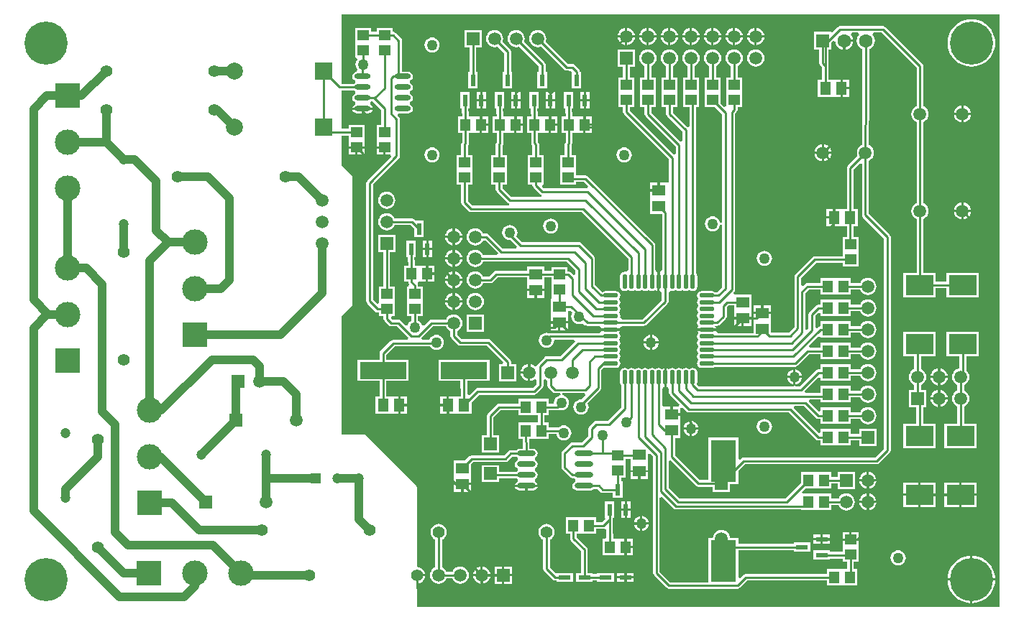
<source format=gtl>
%FSTAX53Y53*%
%MOMM*%
%SFA1B1*%

%IPPOS*%
%AMD1010*
%
%ADD10R,1.199998X1.399997*%
%ADD11R,1.499997X1.299997*%
%ADD12R,1.399997X1.199998*%
%ADD13R,0.599999X1.449997*%
%ADD14R,1.449997X0.549999*%
%ADD15O,2.199996X0.599999*%
%ADD16R,1.499997X1.499997*%
%ADD17R,2.999994X4.999990*%
%ADD18R,1.299997X1.499997*%
%ADD19O,1.899996X0.599999*%
%ADD20R,1.449997X0.599999*%
%ADD21R,3.299993X2.399995*%
%ADD22R,5.499989X1.999996*%
%ADD23O,0.549999X1.749997*%
%ADD24O,1.749997X0.549999*%
%ADD25C,0.250000*%
%ADD26C,1.019998*%
%ADD27C,2.999994*%
%ADD28R,2.999994X2.999994*%
%ADD29R,1.499997X1.499997*%
%ADD30C,1.499997*%
%ADD31R,1.599997X1.599997*%
%ADD32C,1.599997*%
%ADD33C,1.399997*%
%ADD34C,2.999994*%
%ADD35R,2.999994X2.999994*%
%ADD36C,1.199998*%
%ADD37R,2.999994X2.999994*%
%ADD38R,1.199998X1.199998*%
%ADD39C,1.999996*%
%ADD40R,1.999996X1.999996*%
%ADD41C,5.079990*%
%ADD42C,1.269997*%
%LNmain_board_pcb-1*%
%LPD*%
G36*
X00144769Y00054639D02*
X00076189D01*
Y00057449*
X00076199Y00057459*
X00076449Y00057489*
X00076679Y00057589*
X00076879Y00057739*
X00077029Y00057939*
X00077129Y00058169*
X00077149Y00058289*
X00076199*
Y00058549*
X00077149*
X00077129Y00058669*
X00077029Y00058899*
X00076879Y00059099*
X00076679Y00059249*
X00076449Y00059349*
X00076199Y00059379*
X00076189Y00059389*
Y00068819*
X00070069Y00074959*
X00067299*
Y00088929*
X00068569Y00090199*
Y00105439*
X00067299Y00106709*
Y00110239*
X00068129*
Y00109859*
Y00109769*
Y00109729*
Y00109679*
Y00109589*
Y00108959*
X00070039*
Y00109589*
Y00109679*
Y00109729*
Y00109769*
Y00109859*
Y00111479*
X00068129*
Y00111019*
X00067299*
Y00115559*
X00068729*
X00068739Y00115549*
X00068899Y00115439*
Y00115189*
X00068739Y00115079*
X00068609Y00114899*
X00068569Y00114679*
X00068609Y00114459*
X00068739Y00114279*
X00068899Y00114169*
Y00113919*
X00068739Y00113809*
X00068609Y00113629*
X00068599Y00113539*
X00070979*
X00070959Y00113629*
X00070839Y00113809*
X00070669Y00113919*
Y00114169*
X00070839Y00114279*
Y00114289*
X00070959*
X00071999Y00113249*
Y00111479*
X00071439*
Y00109859*
Y00109769*
Y00109729*
Y00109679*
Y00109589*
Y00108959*
X00072389*
Y00108829*
X00072519*
Y00107969*
X00073059*
X00073149Y00107739*
X00070339Y00104919*
X00070249Y00104799*
X00070219Y00104649*
Y00090719*
X00070249Y00090569*
X00070339Y00090439*
X00071279Y00089499*
X00071399Y00089419*
X00071549Y00089389*
X00071689*
Y00088919*
X00072259*
Y00088649*
X00072289Y00088499*
X00072369Y00088369*
X00072879Y00087859*
X00072999Y00087779*
X00073149Y00087749*
X00073839*
X00075199Y00086389*
X00075099Y00086149*
X00073389*
X00073239Y00086119*
X00073109Y00086039*
X00071929Y00084859*
X00071839Y00084729*
X00071809Y00084579*
Y00083799*
X00069209*
Y00081299*
X00071809*
Y00079489*
X00071299*
Y00077479*
X00073019*
X00073109*
X00073149*
X00073199*
X00073289*
X00073979*
Y00078489*
Y00079489*
X00073289*
X00073199*
X00073149*
X00073109*
X00073019*
X00072589*
Y00081299*
X00075219*
Y00083799*
X00072589*
Y00084419*
X00073549Y00085379*
X00077729*
X00077849Y00085219*
X00078039Y00085079*
X00078249Y00084989*
X00078489Y00084959*
X00078719Y00084989*
X00078929Y00085079*
X00079119Y00085219*
X00079259Y00085399*
X00079349Y00085619*
X00079379Y00085849*
X00079349Y00086079*
X00079259Y00086299*
X00079119Y00086489*
X00078929Y00086629*
X00078719Y00086719*
X00078489Y00086749*
X00078249Y00086719*
X00078039Y00086629*
X00077849Y00086489*
X00077709Y00086299*
X00077649Y00086149*
X00076789*
X00076689Y00086389*
X00078049Y00087749*
X00079589*
X00079639Y00087629*
X00079799Y00087419*
X00080009Y00087259*
X00080129Y00087209*
Y00086609*
X00080159Y00086469*
X00080239Y00086339*
X00081009Y00085579*
X00081129Y00085489*
X00081279Y00085459*
X00084419*
X00086349Y00083529*
X00086249Y00083299*
X00085859*
Y00081289*
X00087869*
Y00083299*
X00087259*
Y00083569*
X00087229Y00083709*
X00087139Y00083839*
X00084859Y00086129*
X00084729Y00086209*
X00084579Y00086239*
X00081439*
X00080909Y00086769*
Y00087209*
X00081019Y00087259*
X00081229Y00087419*
X00081389Y00087629*
X00081499Y00087879*
X00081529Y00088139*
X00081499Y00088399*
X00081389Y00088639*
X00081229Y00088849*
X00081019Y00089009*
X00080779Y00089119*
X00080519Y00089149*
X00080259Y00089119*
X00080009Y00089009*
X00079799Y00088849*
X00079639Y00088639*
X00079589Y00088529*
X00077889*
X00077739Y00088499*
X00077619Y00088409*
X00077049Y00087839*
X00076799Y00087889*
X00076719Y00088079*
X00076579Y00088259*
X00076389Y00088409*
X00076329Y00088429*
Y00088919*
X00076899*
Y00090539*
Y00090629*
Y00090679*
Y00090719*
Y00090809*
Y00092429*
X00076329*
Y00092579*
X00076299Y00092729*
X00076259Y00092799*
X00076379Y00093029*
X00076409*
X00076449*
X00076499*
X00076589*
X00077229*
Y00093979*
Y00094929*
X00076589*
X00076499*
X00076449*
X00076409*
X00076319*
X00075939*
Y00095379*
X00075909Y00095529*
X00075889Y00095559*
Y00095889*
X00076059*
Y00097849*
X00074949*
Y00095889*
X00075119*
Y00095429*
X00075149Y00095279*
X00075169Y00095249*
Y00094929*
X00074699*
Y00093029*
X00075169*
Y00092979*
X00075199Y00092829*
X00075279Y00092699*
X00075309Y00092669*
X00075219Y00092429*
X00074989*
Y00090809*
Y00090719*
Y00090679*
Y00090629*
Y00090539*
Y00088919*
X00075559*
Y00088429*
X00075499Y00088409*
X00075309Y00088259*
X00075169Y00088079*
X00075089Y00087889*
X00074839Y00087839*
X00074279Y00088409*
X00074149Y00088499*
X00073999Y00088529*
X00073309*
X00073149Y00088689*
X00073249Y00088919*
X00073599*
Y00090539*
Y00090629*
Y00090679*
Y00090719*
Y00090809*
Y00092429*
X00073029*
Y00096529*
X00073649*
Y00098539*
X00071639*
Y00096529*
X00072259*
Y00092429*
X00071689*
Y00090809*
Y00090719*
Y00090679*
Y00090629*
Y00090539*
Y00090519*
X00071459Y00090419*
X00070999Y00090879*
Y00104489*
X00074059Y00107549*
X00074149Y00107669*
X00074179Y00107819*
Y00112169*
X00074149Y00112289*
Y00112319*
X00074059Y00112439*
X00073889Y00112609*
X00073989Y00112849*
X00075139*
X00075349Y00112889*
X00075539Y00113009*
X00075659Y00113189*
X00075699Y00113409*
X00075659Y00113629*
X00075539Y00113809*
X00075369Y00113919*
Y00114169*
X00075539Y00114279*
X00075659Y00114459*
X00075699Y00114679*
X00075659Y00114899*
X00075539Y00115079*
X00075369Y00115189*
Y00115439*
X00075539Y00115549*
X00075659Y00115729*
X00075699Y00115949*
X00075659Y00116169*
X00075539Y00116349*
X00075369Y00116459*
Y00116709*
X00075539Y00116819*
X00075659Y00116999*
X00075699Y00117219*
X00075659Y00117439*
X00075539Y00117619*
X00075349Y00117739*
X00075139Y00117789*
X00074429*
Y00121409*
X00074399Y00121559*
X00074319Y00121689*
X00073669Y00122329*
X00073539Y00122419*
X00073389Y00122449*
X00073339*
Y00122909*
X00071439*
Y00122449*
X00070799*
Y00122909*
X00068899*
Y00121289*
Y00121199*
Y00121159*
Y00121109*
Y00121019*
Y00119399*
X00069049*
X00069159Y00119179*
X00069069Y00119069*
X00068979Y00118849*
X00068949Y00118619*
X00068979Y00118389*
X00069069Y00118169*
X00069189Y00118019*
X00069099Y00117779*
X00068919Y00117739*
X00068739Y00117619*
X00068609Y00117439*
X00068569Y00117219*
X00068609Y00116999*
X00068739Y00116819*
X00068899Y00116709*
Y00116459*
X00068739Y00116349*
X00068729Y00116339*
X00067299*
Y00124489*
X00144769*
Y00054639*
G37*
%LNmain_board_pcb-2*%
%LPC*%
G36*
X00079689Y00079489D02*
X00078919D01*
Y00078609*
X00079689*
Y00079489*
G37*
G36*
X00137539Y00080239D02*
X00137409Y00080229D01*
X00137159Y00080119*
X00136949Y00079959*
X00136789Y00079749*
X00136689Y00079509*
X00136669Y00079379*
X00137539*
Y00080239*
G37*
G36*
X00137789D02*
Y00079379D01*
X00138659*
X00138649Y00079509*
X00138539Y00079749*
X00138379Y00079959*
X00138169Y00080119*
X00137929Y00080229*
X00137789Y00080239*
G37*
G36*
X00137539Y00079119D02*
X00136669D01*
X00136689Y00078989*
X00136789Y00078739*
X00136949Y00078529*
X00137159Y00078369*
X00137409Y00078269*
X00137539Y00078249*
Y00079119*
G37*
G36*
X00138659D02*
X00137789D01*
Y00078249*
X00137929Y00078269*
X00138169Y00078369*
X00138379Y00078529*
X00138539Y00078739*
X00138649Y00078989*
X00138659Y00079119*
G37*
G36*
X00075009Y00079489D02*
X00074229D01*
Y00078609*
X00075009*
Y00079489*
G37*
G36*
X00137539Y00081659D02*
X00136669D01*
X00136689Y00081529*
X00136789Y00081279*
X00136949Y00081069*
X00137159Y00080909*
X00137409Y00080809*
X00137539Y00080789*
Y00081659*
G37*
G36*
X00089279Y00082169D02*
X00088409D01*
X00088429Y00082029*
X00088529Y00081789*
X00088689Y00081579*
X00088899Y00081419*
X00089149Y00081319*
X00089279Y00081299*
Y00082169*
G37*
G36*
X00120519Y00082669D02*
X00120419Y00082649D01*
X00120199Y00082559*
X00120019Y00082419*
X00119869Y00082239*
X00119779Y00082019*
X00119769Y00081919*
X00120519*
Y00082669*
G37*
G36*
X00120779D02*
Y00081919D01*
X00121529*
X00121519Y00082019*
X00121429Y00082239*
X00121279Y00082419*
X00121099Y00082559*
X00120879Y00082649*
X00120779Y00082669*
G37*
G36*
X00138659Y00081659D02*
X00137789D01*
Y00080789*
X00137929Y00080809*
X00138169Y00080909*
X00138379Y00081069*
X00138539Y00081279*
X00138649Y00081529*
X00138659Y00081659*
G37*
G36*
X00120519D02*
X00119769D01*
X00119779Y00081559*
X00119869Y00081339*
X00120019Y00081149*
X00120199Y00081009*
X00120419Y00080919*
X00120519Y00080909*
Y00081659*
G37*
G36*
X00121529D02*
X00120779D01*
Y00080909*
X00120879Y00080919*
X00121099Y00081009*
X00121279Y00081149*
X00121429Y00081339*
X00121519Y00081559*
X00121529Y00081659*
G37*
G36*
X00103369Y00070549D02*
X00102489D01*
Y00069769*
X00103369*
Y00070549*
G37*
G36*
X00137289Y00087129D02*
X00133479D01*
Y00084229*
X00134739*
Y00082709*
X00134619Y00082659*
X00134409Y00082499*
X00134249Y00082289*
X00134149Y00082049*
X00134119Y00081789*
X00134149Y00081529*
X00134249Y00081279*
X00134409Y00081069*
X00134619Y00080909*
X00134739Y00080859*
Y00080249*
X00134119*
Y00078239*
X00134989*
Y00076299*
X00133479*
Y00073399*
X00137289*
Y00076299*
X00135769*
Y00078239*
X00136129*
Y00080249*
X00135519*
Y00080859*
X00135629Y00080909*
X00135839Y00081069*
X00135999Y00081279*
X00136109Y00081529*
X00136139Y00081789*
X00136109Y00082049*
X00135999Y00082289*
X00135839Y00082499*
X00135629Y00082659*
X00135519Y00082709*
Y00084229*
X00137289*
Y00087129*
G37*
G36*
X00142369D02*
X00138559D01*
Y00084229*
X00140069*
Y00082779*
X00139949Y00082769*
X00139699Y00082659*
X00139489Y00082499*
X00139329Y00082289*
X00139229Y00082049*
X00139199Y00081789*
X00139229Y00081529*
X00139329Y00081279*
X00139489Y00081069*
X00139699Y00080909*
X00139819Y00080859*
Y00080169*
X00139699Y00080119*
X00139489Y00079959*
X00139329Y00079749*
X00139229Y00079509*
X00139199Y00079249*
X00139229Y00078989*
X00139329Y00078739*
X00139489Y00078529*
X00139699Y00078369*
X00139819Y00078319*
Y00076299*
X00138299*
Y00073399*
X00142109*
Y00076299*
X00140599*
Y00078319*
X00140709Y00078369*
X00140919Y00078529*
X00141079Y00078739*
X00141189Y00078989*
X00141219Y00079249*
X00141189Y00079509*
X00141079Y00079749*
X00140919Y00079959*
X00140709Y00080119*
X00140599Y00080169*
Y00080859*
X00140709Y00080909*
X00140919Y00081069*
X00141079Y00081279*
X00141189Y00081529*
X00141219Y00081789*
X00141189Y00082049*
X00141079Y00082289*
X00140919Y00082499*
X00140849Y00082559*
Y00084229*
X00142369*
Y00087129*
G37*
G36*
X00129159Y00070589D02*
X00129019Y00070569D01*
X00128779Y00070469*
X00128569Y00070309*
X00128409Y00070099*
X00128309Y00069859*
X00128289Y00069719*
X00129159*
Y00070589*
G37*
G36*
X00129409D02*
Y00069719D01*
X00130279*
X00130259Y00069859*
X00130159Y00070099*
X00129999Y00070309*
X00129789Y00070469*
X00129549Y00070569*
X00129409Y00070589*
G37*
G36*
X00102239Y00070549D02*
X00101359D01*
Y00069769*
X00102239*
Y00070549*
G37*
G36*
X00108329Y00075569D02*
X00107579D01*
X00107589Y00075459*
X00107679Y00075239*
X00107819Y00075059*
X00108009Y00074919*
X00108229Y00074829*
X00108329Y00074809*
Y00075569*
G37*
G36*
X00108579Y00076569D02*
Y00075819D01*
X00109339*
X00109319Y00075919*
X00109229Y00076139*
X00109089Y00076329*
X00108909Y00076469*
X00108689Y00076559*
X00108579Y00076569*
G37*
G36*
X00075009Y00078359D02*
X00074229D01*
Y00077479*
X00075009*
Y00078359*
G37*
G36*
X00079689D02*
X00078919D01*
Y00077479*
X00079689*
Y00078359*
G37*
G36*
X00109339Y00075569D02*
X00108579D01*
Y00074809*
X00108689Y00074829*
X00108909Y00074919*
X00109089Y00075059*
X00109229Y00075239*
X00109319Y00075459*
X00109339Y00075569*
G37*
G36*
X00117089Y00076839D02*
X00116859Y00076809D01*
X00116649Y00076719*
X00116459Y00076579*
X00116319Y00076389*
X00116229Y00076179*
X00116199Y00075949*
X00116229Y00075709*
X00116319Y00075499*
X00116459Y00075309*
X00116649Y00075169*
X00116859Y00075079*
X00117089Y00075049*
X00117329Y00075079*
X00117539Y00075169*
X00117729Y00075309*
X00117869Y00075499*
X00117959Y00075709*
X00117989Y00075949*
X00117959Y00076179*
X00117869Y00076389*
X00117729Y00076579*
X00117539Y00076719*
X00117329Y00076809*
X00117089Y00076839*
G37*
G36*
X00108329Y00076569D02*
X00108229Y00076559D01*
X00108009Y00076469*
X00107819Y00076329*
X00107679Y00076139*
X00107589Y00075919*
X00107579Y00075819*
X00108329*
Y00076569*
G37*
G36*
X00083059Y00091689D02*
X00082799Y00091659D01*
X00082549Y00091549*
X00082339Y00091389*
X00082179Y00091179*
X00082079Y00090939*
X00082049Y00090679*
X00082079Y00090419*
X00082179Y00090169*
X00082339Y00089959*
X00082549Y00089799*
X00082799Y00089699*
X00083059Y00089669*
X00083319Y00089699*
X00083559Y00089799*
X00083769Y00089959*
X00083929Y00090169*
X00084039Y00090419*
X00084069Y00090679*
X00084039Y00090939*
X00083929Y00091179*
X00083769Y00091389*
X00083559Y00091549*
X00083319Y00091659*
X00083059Y00091689*
G37*
G36*
X00080389Y00090549D02*
X00079519D01*
X00079539Y00090419*
X00079639Y00090169*
X00079799Y00089959*
X00080009Y00089799*
X00080259Y00089699*
X00080389Y00089679*
Y00090549*
G37*
G36*
X00081509D02*
X00080639D01*
Y00089679*
X00080779Y00089699*
X00081019Y00089799*
X00081229Y00089959*
X00081389Y00090169*
X00081499Y00090419*
X00081509Y00090549*
G37*
G36*
X00115559Y00088579D02*
X00114679D01*
Y00087809*
X00115559*
Y00088579*
G37*
G36*
X00116709Y00090249D02*
X00115839D01*
Y00089469*
X00116709*
Y00090249*
G37*
G36*
X00117839D02*
X00116969D01*
Y00089469*
X00117839*
Y00090249*
G37*
G36*
X00080389Y00091669D02*
X00080259Y00091659D01*
X00080009Y00091549*
X00079799Y00091389*
X00079639Y00091179*
X00079539Y00090939*
X00079519Y00090809*
X00080389*
Y00091669*
G37*
G36*
Y00093089D02*
X00079519D01*
X00079539Y00092959*
X00079639Y00092709*
X00079799Y00092499*
X00080009Y00092339*
X00080259Y00092239*
X00080389Y00092219*
Y00093089*
G37*
G36*
X00081509D02*
X00080639D01*
Y00092219*
X00080779Y00092239*
X00081019Y00092339*
X00081229Y00092499*
X00081389Y00092709*
X00081499Y00092959*
X00081509Y00093089*
G37*
G36*
X00078209Y00093849D02*
X00077479D01*
Y00093029*
X00078209*
Y00093849*
G37*
G36*
X00080639Y00091669D02*
Y00090809D01*
X00081509*
X00081499Y00090939*
X00081389Y00091179*
X00081229Y00091389*
X00081019Y00091549*
X00080779Y00091659*
X00080639Y00091669*
G37*
G36*
X00090039Y00091889D02*
X00089169D01*
Y00091109*
X00090039*
Y00091889*
G37*
G36*
X00091169D02*
X00090299D01*
Y00091109*
X00091169*
Y00091889*
G37*
G36*
X00129289Y00083309D02*
X00129019Y00083269D01*
X00128779Y00083169*
X00128569Y00083009*
X00128409Y00082799*
X00128359Y00082679*
X00127229*
Y00083249*
X00125609*
X00125519*
X00125479*
X00125429*
X00125339*
X00123719*
Y00082679*
X00123439*
X00123299Y00082649*
X00123169Y00082569*
X00121249Y00080649*
X00120779*
Y00080659*
X00120769Y00080779*
X00120529*
X00120519Y00080659*
Y00080649*
X00109379*
X00109129Y00080899*
X00109149Y00080919*
X00109189Y00081129*
Y00082329*
X00109149Y00082529*
X00109029Y00082709*
X00108849Y00082819*
X00108649Y00082869*
X00108439Y00082819*
X00108269Y00082709*
X00108229*
X00108049Y00082819*
X00107849Y00082869*
X00107639Y00082819*
X00107469Y00082709*
X00107429*
X00107249Y00082819*
X00107049Y00082869*
X00106839Y00082819*
X00106669Y00082709*
X00106629*
X00106449Y00082819*
X00106249Y00082869*
X00106039Y00082819*
X00105869Y00082709*
X00105829*
X00105649Y00082819*
X00105569Y00082839*
Y00081729*
Y00080609*
X00105649Y00080629*
X00105859Y00080319*
Y00079929*
X00105889Y00079789*
X00105969Y00079659*
X00107089Y00078539*
X00106989Y00078309*
X00106299*
Y00077529*
X00107179*
Y00078119*
X00107409Y00078219*
X00107929Y00077699*
X00108059Y00077619*
X00108199Y00077589*
X00119979*
X00123169Y00074399*
X00123299Y00074319*
X00123439Y00074289*
X00123719*
Y00073719*
X00125339*
X00125429*
X00125479*
X00125519*
X00125609*
X00127229*
Y00074289*
X00128279*
Y00073669*
X00130289*
Y00075679*
X00128279*
Y00075059*
X00127229*
Y00075629*
X00125609*
X00125519*
X00125479*
X00125429*
X00125339*
X00123719*
Y00075279*
X00123489Y00075179*
X00120549Y00078119*
X00120649Y00078349*
X00121759*
X00123169Y00076939*
X00123299Y00076859*
X00123439Y00076829*
X00123719*
Y00076259*
X00125339*
X00125429*
X00125479*
X00125519*
X00125609*
X00127229*
Y00076829*
X00128359*
X00128409Y00076709*
X00128569Y00076499*
X00128779Y00076339*
X00129019Y00076239*
X00129289Y00076199*
X00129549Y00076239*
X00129789Y00076339*
X00129999Y00076499*
X00130159Y00076709*
X00130259Y00076949*
X00130299Y00077219*
X00130259Y00077479*
X00130159Y00077719*
X00129999Y00077929*
X00129789Y00078089*
X00129549Y00078189*
X00129289Y00078229*
X00129019Y00078189*
X00128779Y00078089*
X00128569Y00077929*
X00128409Y00077719*
X00128359Y00077599*
X00127229*
Y00078169*
X00125609*
X00125519*
X00125479*
X00125429*
X00125339*
X00123719*
Y00077819*
X00123489Y00077719*
X00122329Y00078879*
X00122429Y00079109*
X00123719*
Y00078799*
X00125339*
X00125429*
X00125479*
X00125519*
X00125609*
X00127229*
Y00079369*
X00128359*
X00128409Y00079249*
X00128569Y00079039*
X00128779Y00078879*
X00129019Y00078779*
X00129289Y00078739*
X00129549Y00078779*
X00129789Y00078879*
X00129999Y00079039*
X00130159Y00079249*
X00130259Y00079489*
X00130299Y00079759*
X00130259Y00080019*
X00130159Y00080259*
X00129999Y00080469*
X00129789Y00080629*
X00129549Y00080729*
X00129289Y00080769*
X00129019Y00080729*
X00128779Y00080629*
X00128569Y00080469*
X00128409Y00080259*
X00128359Y00080139*
X00127229*
Y00080709*
X00125609*
X00125519*
X00125479*
X00125429*
X00125339*
X00123719*
Y00079889*
X00121919*
X00121819Y00080129*
X00123489Y00081789*
X00123719Y00081689*
Y00081339*
X00125339*
X00125429*
X00125479*
X00125519*
X00125609*
X00127229*
Y00081909*
X00128359*
X00128409Y00081789*
X00128569Y00081579*
X00128779Y00081419*
X00129019Y00081319*
X00129289Y00081279*
X00129549Y00081319*
X00129789Y00081419*
X00129999Y00081579*
X00130159Y00081789*
X00130259Y00082029*
X00130299Y00082299*
X00130259Y00082559*
X00130159Y00082799*
X00129999Y00083009*
X00129789Y00083169*
X00129549Y00083269*
X00129289Y00083309*
G37*
G36*
X00103619Y00085719D02*
X00102869D01*
X00102889Y00085619*
X00102969Y00085399*
X00103119Y00085219*
X00103299Y00085079*
X00103519Y00084989*
X00103619Y00084969*
Y00085719*
G37*
G36*
X00104629D02*
X00103879D01*
Y00084969*
X00103979Y00084989*
X00104199Y00085079*
X00104389Y00085219*
X00104529Y00085399*
X00104619Y00085619*
X00104629Y00085719*
G37*
G36*
X00137539Y00082779D02*
X00137409Y00082769D01*
X00137159Y00082659*
X00136949Y00082499*
X00136789Y00082289*
X00136689Y00082049*
X00136669Y00081919*
X00137539*
Y00082779*
G37*
G36*
X00137789D02*
Y00081919D01*
X00138659*
X00138649Y00082049*
X00138539Y00082289*
X00138379Y00082499*
X00138169Y00082659*
X00137929Y00082769*
X00137789Y00082779*
G37*
G36*
X00089279Y00083289D02*
X00089149Y00083269D01*
X00088899Y00083169*
X00088689Y00083009*
X00088529Y00082799*
X00088429Y00082559*
X00088409Y00082419*
X00089279*
Y00083289*
G37*
G36*
X00103619Y00086729D02*
X00103519Y00086719D01*
X00103299Y00086629*
X00103119Y00086489*
X00102969Y00086299*
X00102889Y00086079*
X00102869Y00085979*
X00103619*
Y00086729*
G37*
G36*
X00092839Y00088079D02*
X00091959D01*
Y00087299*
X00092839*
Y00088079*
G37*
G36*
X00093969D02*
X00093089D01*
Y00087299*
X00093969*
Y00088079*
G37*
G36*
X00114429Y00088579D02*
X00113549D01*
Y00087809*
X00114429*
Y00088579*
G37*
G36*
X00103879Y00086729D02*
Y00085979D01*
X00104629*
X00104619Y00086079*
X00104529Y00086299*
X00104389Y00086489*
X00104199Y00086629*
X00103979Y00086719*
X00103879Y00086729*
G37*
G36*
X00100109Y00087249D02*
X00097879D01*
X00097899Y00087169*
X00097589Y00086959*
X00091909*
X00091759Y00086929*
X00091669Y00086969*
X00091439Y00086999*
X00091209Y00086969*
X00090989Y00086879*
X00090809Y00086739*
X00090659Y00086549*
X00090569Y00086339*
X00090539Y00086109*
X00090569Y00085869*
X00090659Y00085659*
X00090809Y00085469*
X00090989Y00085329*
X00091209Y00085239*
X00091439Y00085209*
X00091669Y00085239*
X00091889Y00085329*
X00092069Y00085469*
X00092219Y00085659*
X00092309Y00085869*
X00092339Y00086109*
X00092409Y00086189*
X00094699*
X00094799Y00085949*
X00093059Y00084209*
X00091439*
X00091289Y00084179*
X00091169Y00084089*
X00090399Y00083329*
X00090319Y00083209*
X00090309Y00083139*
X00090069Y00083049*
X00089909Y00083169*
X00089669Y00083269*
X00089539Y00083289*
Y00082299*
Y00081299*
X00089669Y00081319*
X00089909Y00081419*
X00090059Y00081529*
X00090289Y00081419*
Y00080929*
X00089819Y00080459*
X00083309*
X00083189Y00080439*
X00083159Y00080429*
X00083029Y00080349*
X00082349Y00079659*
X00082109Y00079759*
Y00080489*
X00082099Y00080539*
Y00081299*
X00084719*
Y00083799*
X00078709*
Y00081299*
X00081319*
Y00080499*
X00081329Y00080449*
Y00079489*
X00080909*
X00080819*
X00080769*
X00080729*
X00080639*
X00079949*
Y00078489*
Y00077479*
X00080639*
X00080729*
X00080769*
X00080819*
X00080909*
X00082629*
Y00078839*
X00083469Y00079689*
X00089979*
X00090129Y00079709*
X00090249Y00079799*
X00090949Y00080499*
X00091039Y00080619*
X00091069Y00080769*
Y00081419*
X00091289Y00081529*
X00091439Y00081419*
X00091559Y00081369*
Y00080769*
X00091589Y00080619*
X00091669Y00080499*
X00092179Y00079989*
X00092309Y00079909*
X00092459Y00079879*
X00093089*
Y00079869*
X00093109Y00079619*
X00092989Y00079609*
X00092769Y00079519*
X00092579Y00079369*
X00092439Y00079189*
X00092349Y00078969*
X00092319Y00078739*
X00092219Y00078619*
X00091669*
Y00079189*
X00090049*
X00089959*
X00089919*
X00089869*
X00089779*
X00088159*
Y00078619*
X00085849*
X00085729Y00078599*
X00085699Y00078589*
X00085579Y00078509*
X00084559Y00077489*
X00084479Y00077359*
X00084449Y00077219*
Y00074889*
X00083829*
Y00072879*
X00085839*
Y00074889*
X00085219*
Y00077059*
X00086009Y00077839*
X00088159*
Y00077279*
X00089779*
X00089869*
X00089919*
X00089959*
X00090049*
X00090429*
Y00076389*
X00090049*
X00089959*
X00089919*
X00089869*
X00089779*
X00088159*
Y00074479*
X00088629*
Y00074109*
X00088659Y00073959*
X00088669Y00073939*
Y00073339*
X00088259*
X00088039Y00073289*
X00087859Y00073169*
X00087849Y00073159*
X00087249*
X00087119Y00073129*
X00087099*
X00086969Y00073049*
X00086449Y00072519*
X00082619*
X00082469Y00072489*
X00082339Y00072409*
X00081889Y00071959*
X00080529*
Y00070239*
Y00070149*
Y00070099*
Y00070059*
Y00069969*
Y00069279*
X00082539*
Y00069969*
Y00070059*
Y00070099*
Y00070149*
Y00070239*
Y00071509*
X00082779Y00071749*
X00086609*
X00086759Y00071779*
X00086889Y00071859*
X00087409Y00072379*
X00087849*
X00087859Y00072369*
X00088019Y00072259*
Y00072009*
X00087859Y00071899*
X00087729Y00071719*
X00087689Y00071499*
X00087729Y00071279*
X00087859Y00071099*
X00088019Y00070989*
Y00070739*
X00087859Y00070629*
X00087849Y00070619*
X00085839*
Y00071389*
X00083829*
Y00069379*
X00085839*
Y00069839*
X00087849*
X00087859Y00069829*
X00088019Y00069719*
Y00069469*
X00087859Y00069359*
X00087729Y00069179*
X00087719Y00069089*
X00090399*
X00090379Y00069179*
X00090259Y00069359*
X00090089Y00069469*
Y00069719*
X00090259Y00069829*
X00090379Y00070009*
X00090419Y00070229*
X00090379Y00070449*
X00090259Y00070629*
X00090089Y00070739*
Y00070989*
X00090259Y00071099*
X00090379Y00071279*
X00090419Y00071499*
X00090379Y00071719*
X00090259Y00071899*
X00090089Y00072009*
Y00072259*
X00090259Y00072369*
X00090379Y00072549*
X00090419Y00072769*
X00090379Y00072989*
X00090259Y00073169*
X00090069Y00073289*
X00089859Y00073339*
X00089439*
Y00074069*
X00089409Y00074219*
X00089399Y00074229*
Y00074479*
X00089779*
X00089869*
X00089919*
X00089959*
X00090049*
X00091669*
Y00075049*
X00092589*
X00092609Y00074949*
X00092699Y00074739*
X00092839Y00074549*
X00093019Y00074409*
X00093239Y00074319*
X00093469Y00074289*
X00093699Y00074319*
X00093919Y00074409*
X00094109Y00074549*
X00094249Y00074739*
X00094339Y00074949*
X00094369Y00075179*
X00094339Y00075419*
X00094249Y00075629*
X00094109Y00075819*
X00093919Y00075959*
X00093699Y00076049*
X00093469Y00076079*
X00093239Y00076049*
X00093019Y00075959*
X00092849Y00075829*
X00091669*
Y00076389*
X00091199*
Y00077279*
X00091669*
Y00077839*
X00092709*
X00092859Y00077869*
X00092909Y00077909*
X00092989Y00077869*
X00093219Y00077839*
X00093449Y00077869*
X00093669Y00077959*
X00093849Y00078109*
X00093989Y00078289*
X00094079Y00078509*
X00094109Y00078739*
X00094079Y00078969*
X00093989Y00079189*
X00093849Y00079369*
X00093669Y00079519*
X00093449Y00079609*
X00093329Y00079619*
X00093349Y00079869*
Y00079879*
X00095899*
X00096009Y00079649*
X00095589Y00079119*
X00095499Y00079129*
X00095269Y00079099*
X00095059Y00079009*
X00094869Y00078869*
X00094729Y00078679*
X00094639Y00078459*
X00094609Y00078229*
X00094639Y00077999*
X00094729Y00077779*
X00094869Y00077599*
X00095059Y00077459*
X00095269Y00077369*
X00095499Y00077339*
X00095739Y00077369*
X00095949Y00077459*
X00096139Y00077599*
X00096279Y00077779*
X00096369Y00077999*
X00096399Y00078229*
X00096369Y00078459*
X00096279Y00078679*
X00096269Y00078699*
X00097809Y00080239*
X00097889Y00080369*
X00097919Y00080519*
Y00082639*
X00098169Y00082889*
X00098189Y00082879*
X00098399Y00082839*
X00099599*
X00099799Y00082879*
X00099979Y00082989*
X00100099Y00083169*
X00100139Y00083379*
X00100099Y00083579*
X00099979Y00083759*
Y00083789*
X00100099Y00083969*
X00100139Y00084179*
X00100099Y00084379*
X00099979Y00084559*
Y00084589*
X00100099Y00084769*
X00100139Y00084979*
X00100099Y00085179*
X00099979Y00085359*
Y00085389*
X00100099Y00085569*
X00100139Y00085779*
X00100099Y00085979*
X00099979Y00086159*
Y00086189*
X00100099Y00086369*
X00100139Y00086579*
X00100099Y00086779*
X00099979Y00086959*
Y00086989*
X00100099Y00087169*
X00100109Y00087249*
G37*
G36*
X00084059Y00089139D02*
X00082049D01*
Y00087129*
X00084059*
Y00089139*
G37*
G36*
X00130279Y00069469D02*
X00129409D01*
Y00068599*
X00129549Y00068619*
X00129789Y00068719*
X00129999Y00068879*
X00130159Y00069089*
X00130259Y00069329*
X00130279Y00069469*
G37*
G36*
X00086229Y00059419D02*
X00085359D01*
Y00058549*
X00086229*
Y00059419*
G37*
G36*
X00087359D02*
X00086489D01*
Y00058549*
X00087359*
Y00059419*
G37*
G36*
X00132839Y00061349D02*
X00132609Y00061319D01*
X00132389Y00061229*
X00132209Y00061089*
X00132069Y00060899*
X00131979Y00060679*
X00131949Y00060449*
X00131979Y00060219*
X00132069Y00059999*
X00132209Y00059819*
X00132389Y00059679*
X00132609Y00059589*
X00132839Y00059559*
X00133069Y00059589*
X00133289Y00059679*
X00133479Y00059819*
X00133619Y00059999*
X00133709Y00060219*
X00133739Y00060449*
X00133709Y00060679*
X00133619Y00060899*
X00133479Y00061089*
X00133289Y00061229*
X00133069Y00061319*
X00132839Y00061349*
G37*
G36*
X00101719Y00058689D02*
X00100869D01*
Y00058289*
X00101719*
Y00058689*
G37*
G36*
X00083689Y00059419D02*
X00083559Y00059399D01*
X00083309Y00059299*
X00083099Y00059139*
X00082939Y00058929*
X00082839Y00058679*
X00082819Y00058549*
X00083689*
Y00059419*
G37*
G36*
X00083949D02*
Y00058549D01*
X00084819*
X00084799Y00058679*
X00084699Y00058929*
X00084539Y00059139*
X00084329Y00059299*
X00084079Y00059399*
X00083949Y00059419*
G37*
G36*
X00101579Y00061599D02*
X00100849D01*
Y00060769*
X00101579*
Y00061599*
G37*
G36*
X00127129Y00063479D02*
X00126299D01*
Y00062749*
X00127129*
Y00063479*
G37*
G36*
X00128209D02*
X00127379D01*
Y00062749*
X00128209*
Y00063479*
G37*
G36*
X00123729Y00063229D02*
X00122879D01*
Y00062799*
X00123729*
Y00063229*
G37*
G36*
X00101579Y00062679D02*
X00100849D01*
Y00061849*
X00101579*
Y00062679*
G37*
G36*
X00123729Y00062549D02*
X00122879D01*
Y00062119*
X00123729*
Y00062549*
G37*
G36*
X00124839D02*
X00123979D01*
Y00062119*
X00124839*
Y00062549*
G37*
G36*
X00086229Y00058289D02*
X00085359D01*
Y00057419*
X00086229*
Y00058289*
G37*
G36*
X00087359D02*
X00086489D01*
Y00057419*
X00087359*
Y00058289*
G37*
G36*
X00083689D02*
X00082819D01*
X00082839Y00058159*
X00082939Y00057909*
X00083099Y00057699*
X00083309Y00057539*
X00083559Y00057439*
X00083689Y00057419*
Y00058289*
G37*
G36*
X00141349Y00057779D02*
X00138689D01*
X00138709Y00057469*
X00138809Y00057049*
X00138979Y00056639*
X00139209Y00056259*
X00139499Y00055929*
X00139829Y00055639*
X00140209Y00055409*
X00140609Y00055249*
X00141039Y00055139*
X00141349Y00055119*
Y00057779*
G37*
G36*
X00144269D02*
X00141599D01*
Y00055119*
X00141919Y00055139*
X00142339Y00055249*
X00142749Y00055409*
X00143129Y00055639*
X00143459Y00055929*
X00143749Y00056259*
X00143979Y00056639*
X00144139Y00057049*
X00144249Y00057469*
X00144269Y00057779*
G37*
G36*
X00078739Y00064459D02*
X00078489Y00064429D01*
X00078259Y00064329*
X00078059Y00064179*
X00077909Y00063979*
X00077809Y00063749*
X00077779Y00063499*
X00077809Y00063249*
X00077909Y00063019*
X00078059Y00062819*
X00078259Y00062669*
X00078349Y00062629*
Y00059349*
X00078229Y00059299*
X00078019Y00059139*
X00077859Y00058929*
X00077759Y00058679*
X00077729Y00058419*
X00077759Y00058159*
X00077859Y00057909*
X00078019Y00057699*
X00078229Y00057539*
X00078479Y00057439*
X00078739Y00057409*
X00078999Y00057439*
X00079249Y00057539*
X00079459Y00057699*
X00079619Y00057909*
X00079669Y00058029*
X00080349*
X00080399Y00057909*
X00080559Y00057699*
X00080769Y00057539*
X00081019Y00057439*
X00081279Y00057409*
X00081539Y00057439*
X00081789Y00057539*
X00081999Y00057699*
X00082159Y00057909*
X00082259Y00058159*
X00082289Y00058419*
X00082259Y00058679*
X00082159Y00058929*
X00081999Y00059139*
X00081789Y00059299*
X00081539Y00059399*
X00081279Y00059429*
X00081019Y00059399*
X00080769Y00059299*
X00080559Y00059139*
X00080399Y00058929*
X00080349Y00058809*
X00079669*
X00079619Y00058929*
X00079459Y00059139*
X00079249Y00059299*
X00079129Y00059349*
Y00062629*
X00079219Y00062669*
X00079419Y00062819*
X00079569Y00063019*
X00079669Y00063249*
X00079699Y00063499*
X00079669Y00063749*
X00079569Y00063979*
X00079419Y00064179*
X00079219Y00064329*
X00078989Y00064429*
X00078739Y00064459*
G37*
G36*
X00084819Y00058289D02*
X00083949D01*
Y00057419*
X00084079Y00057439*
X00084329Y00057539*
X00084539Y00057699*
X00084699Y00057909*
X00084799Y00058159*
X00084819Y00058289*
G37*
G36*
X00141349Y00060699D02*
X00141039Y00060679D01*
X00140609Y00060579*
X00140209Y00060409*
X00139829Y00060179*
X00139499Y00059889*
X00139209Y00059559*
X00138979Y00059179*
X00138809Y00058779*
X00138709Y00058349*
X00138689Y00058039*
X00141349*
Y00060699*
G37*
G36*
X00141599D02*
Y00058039D01*
X00144269*
X00144249Y00058349*
X00144139Y00058779*
X00143979Y00059179*
X00143749Y00059559*
X00143459Y00059889*
X00143129Y00060179*
X00142749Y00060409*
X00142339Y00060579*
X00141919Y00060679*
X00141599Y00060699*
G37*
G36*
X00100619Y00058689D02*
X00099759D01*
Y00058289*
X00100619*
Y00058689*
G37*
G36*
X00091439Y00064459D02*
X00091189Y00064429D01*
X00090959Y00064329*
X00090759Y00064179*
X00090609Y00063979*
X00090509Y00063749*
X00090479Y00063499*
X00090509Y00063249*
X00090609Y00063019*
X00090759Y00062819*
X00090959Y00062669*
X00091049Y00062629*
Y00059179*
X00091079Y00059029*
X00091169Y00058909*
X00092179Y00057889*
X00092309Y00057809*
X00092329Y00057799*
X00092459Y00057779*
X00092589*
Y00057639*
X00094549*
Y00058689*
X00092589*
X00092509Y00058659*
X00091829Y00059339*
Y00062629*
X00091919Y00062669*
X00092119Y00062819*
X00092269Y00063019*
X00092369Y00063249*
X00092399Y00063499*
X00092369Y00063749*
X00092269Y00063979*
X00092119Y00064179*
X00091919Y00064329*
X00091689Y00064429*
X00091439Y00064459*
G37*
G36*
X00100619Y00058039D02*
X00099759D01*
Y00057639*
X00100619*
Y00058039*
G37*
G36*
X00101719D02*
X00100869D01*
Y00057639*
X00101719*
Y00058039*
G37*
G36*
X00124839Y00063229D02*
X00123979D01*
Y00062799*
X00124839*
Y00063229*
G37*
G36*
X00129409Y00068049D02*
Y00067179D01*
X00130279*
X00130259Y00067319*
X00130159Y00067559*
X00129999Y00067769*
X00129789Y00067929*
X00129549Y00068029*
X00129409Y00068049*
G37*
G36*
X00135259Y00069349D02*
X00133479D01*
Y00068029*
X00135259*
Y00069349*
G37*
G36*
X00137289D02*
X00135509D01*
Y00068029*
X00137289*
Y00069349*
G37*
G36*
X00140079Y00067769D02*
X00138299D01*
Y00066449*
X00140079*
Y00067769*
G37*
G36*
X00142109D02*
X00140339D01*
Y00066449*
X00142109*
Y00067769*
G37*
G36*
X00129159Y00068049D02*
X00129019Y00068029D01*
X00128779Y00067929*
X00128569Y00067769*
X00128409Y00067559*
X00128309Y00067319*
X00128289Y00067179*
X00129159*
Y00068049*
G37*
G36*
X00140079Y00069349D02*
X00138299D01*
Y00068029*
X00140079*
Y00069349*
G37*
G36*
X00088929Y00068829D02*
X00087719D01*
X00087729Y00068739*
X00087859Y00068559*
X00088039Y00068439*
X00088259Y00068399*
X00088929*
Y00068829*
G37*
G36*
X00090399D02*
X00089179D01*
Y00068399*
X00089859*
X00090069Y00068439*
X00090259Y00068559*
X00090379Y00068739*
X00090399Y00068829*
G37*
G36*
X00129159Y00069469D02*
X00128289D01*
X00128309Y00069329*
X00128409Y00069089*
X00128569Y00068879*
X00128779Y00068719*
X00129019Y00068619*
X00129159Y00068599*
Y00069469*
G37*
G36*
X00142109Y00069349D02*
X00140339D01*
Y00068029*
X00142109*
Y00069349*
G37*
G36*
X00081409Y00069029D02*
X00080529D01*
Y00068249*
X00081409*
Y00069029*
G37*
G36*
X00082539D02*
X00081659D01*
Y00068249*
X00082539*
Y00069029*
G37*
G36*
X00102739Y00065399D02*
Y00064639D01*
X00103499*
X00103479Y00064749*
X00103389Y00064959*
X00103249Y00065149*
X00103059Y00065289*
X00102849Y00065379*
X00102739Y00065399*
G37*
G36*
X00099429Y00067109D02*
X00098319D01*
Y00065159*
X00098359Y00065059*
X00097949Y00064649*
X00097259*
Y00065219*
X00095639*
X00095549*
X00095499*
X00095459*
X00095369*
X00093749*
Y00063309*
X00094219*
Y00062739*
X00094249Y00062589*
X00094329Y00062459*
X00095529Y00061259*
Y00058689*
X00094939*
Y00057639*
X00096899*
Y00057779*
X00097409*
Y00057639*
X00099369*
Y00058689*
X00097409*
Y00058549*
X00096899*
Y00058689*
X00096309*
Y00061429*
X00096279Y00061569*
X00096189Y00061699*
X00094989Y00062899*
Y00063309*
X00095369*
X00095459*
X00095499*
X00095549*
X00095639*
X00097259*
Y00063869*
X00098109*
X00098259Y00063899*
X00098489Y00063789*
X00098509Y00062859*
X00098329Y00062679*
X00098069*
Y00060769*
X00099689*
X00099779*
X00099819*
X00099869*
X00099959*
X00100599*
Y00061719*
Y00062679*
X00099959*
X00099869*
X00099819*
X00099779*
X00099689*
X00099289*
X00099259Y00063939*
Y00065019*
Y00065159*
X00099429*
Y00067109*
G37*
G36*
X00100649Y00066009D02*
X00100219D01*
Y00065159*
X00100649*
Y00066009*
G37*
G36*
X00102489Y00064389D02*
X00101739D01*
X00101749Y00064279*
X00101839Y00064069*
X00101979Y00063879*
X00102169Y00063739*
X00102379Y00063649*
X00102489Y00063639*
Y00064389*
G37*
G36*
X00103499D02*
X00102739D01*
Y00063639*
X00102849Y00063649*
X00103059Y00063739*
X00103249Y00063879*
X00103389Y00064069*
X00103479Y00064279*
X00103499Y00064389*
G37*
G36*
X00102489Y00065399D02*
X00102379Y00065379D01*
X00102169Y00065289*
X00101979Y00065149*
X00101839Y00064959*
X00101749Y00064749*
X00101739Y00064639*
X00102489*
Y00065399*
G37*
G36*
X00101329Y00066009D02*
X00100899D01*
Y00065159*
X00101329*
Y00066009*
G37*
G36*
Y00067109D02*
X00100899D01*
Y00066259*
X00101329*
Y00067109*
G37*
G36*
X00135259Y00067769D02*
X00133479D01*
Y00066449*
X00135259*
Y00067769*
G37*
G36*
X00137289D02*
X00135509D01*
Y00066449*
X00137289*
Y00067769*
G37*
G36*
X00129159Y00066929D02*
X00128289D01*
X00128309Y00066789*
X00128409Y00066549*
X00128569Y00066339*
X00128779Y00066179*
X00129019Y00066079*
X00129159Y00066059*
Y00066929*
G37*
G36*
X00130279D02*
X00129409D01*
Y00066059*
X00129549Y00066079*
X00129789Y00066179*
X00129999Y00066339*
X00130159Y00066549*
X00130259Y00066789*
X00130279Y00066929*
G37*
G36*
X00100649Y00067109D02*
X00100219D01*
Y00066259*
X00100649*
Y00067109*
G37*
G36*
X00085339Y00122679D02*
X00085079Y00122639D01*
X00084839Y00122539*
X00084629Y00122379*
X00084469Y00122169*
X00084369Y00121929*
X00084329Y00121669*
X00084369Y00121399*
X00084469Y00121159*
X00084629Y00120949*
X00084839Y00120789*
X00085079Y00120689*
X00085339Y00120649*
X00085609Y00120689*
X00085719Y00120739*
X00086479Y00119979*
Y00117719*
X00086309*
Y00115769*
X00087419*
Y00117719*
X00087259*
Y00120139*
X00087229Y00120289*
X00087139Y00120419*
X00086269Y00121289*
X00086319Y00121399*
X00086359Y00121669*
X00086319Y00121929*
X00086219Y00122169*
X00086059Y00122379*
X00085849Y00122539*
X00085609Y00122639*
X00085339Y00122679*
G37*
G36*
X00087879D02*
X00087619Y00122639D01*
X00087379Y00122539*
X00087169Y00122379*
X00087009Y00122169*
X00086909Y00121929*
X00086869Y00121669*
X00086909Y00121399*
X00087009Y00121159*
X00087169Y00120949*
X00087379Y00120789*
X00087619Y00120689*
X00087879Y00120649*
X00088149Y00120689*
X00088259Y00120739*
X00090539Y00118459*
Y00117719*
X00090379*
Y00115769*
X00091489*
Y00117719*
X00091319*
Y00118619*
X00091289Y00118769*
X00091209Y00118889*
X00088809Y00121289*
X00088859Y00121399*
X00088899Y00121669*
X00088859Y00121929*
X00088759Y00122169*
X00088599Y00122379*
X00088389Y00122539*
X00088149Y00122639*
X00087879Y00122679*
G37*
G36*
X00090419D02*
X00090159Y00122639D01*
X00089919Y00122539*
X00089709Y00122379*
X00089549Y00122169*
X00089449Y00121929*
X00089409Y00121669*
X00089449Y00121399*
X00089549Y00121159*
X00089709Y00120949*
X00089919Y00120789*
X00090159Y00120689*
X00090419Y00120649*
X00090689Y00120689*
X00090799Y00120739*
X00093529Y00118009*
X00093649Y00117929*
X00093799Y00117899*
X00094019*
X00094439Y00117719*
Y00115769*
X00095549*
Y00117719*
X00095379*
Y00117779*
X00095349Y00117929*
X00095269Y00118049*
X00094759Y00118559*
X00094639Y00118649*
X00094489Y00118679*
X00093959*
X00091349Y00121289*
X00091399Y00121399*
X00091439Y00121669*
X00091399Y00121929*
X00091299Y00122169*
X00091139Y00122379*
X00090929Y00122539*
X00090689Y00122639*
X00090419Y00122679*
G37*
G36*
X00096499Y00115369D02*
X00096069D01*
Y00114519*
X00096499*
Y00115369*
G37*
G36*
X00127079Y00115699D02*
X00126299D01*
Y00114819*
X00127079*
Y00115699*
G37*
G36*
X00083809Y00122669D02*
X00081799D01*
Y00120659*
X00082419*
Y00117719*
X00082249*
Y00115769*
X00083359*
Y00117719*
X00083189*
Y00120659*
X00083809*
Y00122669*
G37*
G36*
X00127079Y00116829D02*
X00126299D01*
Y00115949*
X00127079*
Y00116829*
G37*
G36*
X00127539Y00121289D02*
X00126619D01*
Y00120369*
X00126769Y00120389*
X00127019Y00120489*
X00127239Y00120659*
X00127409Y00120879*
X00127519Y00121139*
X00127539Y00121289*
G37*
G36*
X00100709Y00121789D02*
X00099839D01*
X00099859Y00121659*
X00099959Y00121409*
X00100119Y00121199*
X00100329Y00121039*
X00100579Y00120939*
X00100709Y00120919*
Y00121789*
G37*
G36*
X00101829D02*
X00100959D01*
Y00120919*
X00101099Y00120939*
X00101339Y00121039*
X00101549Y00121199*
X00101709Y00121409*
X00101819Y00121659*
X00101829Y00121789*
G37*
G36*
X00141479Y00123959D02*
X00141039Y00123929D01*
X00140609Y00123819*
X00140209Y00123659*
X00139829Y00123429*
X00139499Y00123139*
X00139209Y00122809*
X00138979Y00122429*
X00138809Y00122019*
X00138709Y00121599*
X00138679Y00121159*
X00138709Y00120719*
X00138809Y00120289*
X00138979Y00119889*
X00139209Y00119509*
X00139499Y00119179*
X00139829Y00118889*
X00140209Y00118659*
X00140609Y00118489*
X00141039Y00118389*
X00141479Y00118359*
X00141919Y00118389*
X00142339Y00118489*
X00142749Y00118659*
X00143129Y00118889*
X00143459Y00119179*
X00143749Y00119509*
X00143979Y00119889*
X00144139Y00120289*
X00144249Y00120719*
X00144279Y00121159*
X00144249Y00121599*
X00144139Y00122019*
X00143979Y00122429*
X00143749Y00122809*
X00143459Y00123139*
X00143129Y00123429*
X00142749Y00123659*
X00142339Y00123819*
X00141919Y00123929*
X00141479Y00123959*
G37*
G36*
X00116079Y00120389D02*
X00115819Y00120359D01*
X00115569Y00120259*
X00115359Y00120099*
X00115199Y00119889*
X00115099Y00119639*
X00115069Y00119379*
X00115099Y00119119*
X00115199Y00118869*
X00115359Y00118659*
X00115569Y00118499*
X00115819Y00118399*
X00116079Y00118369*
X00116339Y00118399*
X00116579Y00118499*
X00116789Y00118659*
X00116949Y00118869*
X00117059Y00119119*
X00117089Y00119379*
X00117059Y00119639*
X00116949Y00119889*
X00116789Y00120099*
X00116579Y00120259*
X00116339Y00120359*
X00116079Y00120389*
G37*
G36*
X00077979Y00121799D02*
X00077749Y00121769D01*
X00077529Y00121679*
X00077339Y00121539*
X00077199Y00121349*
X00077109Y00121139*
X00077079Y00120899*
X00077109Y00120669*
X00077199Y00120459*
X00077339Y00120269*
X00077529Y00120129*
X00077749Y00120039*
X00077979Y00120009*
X00078209Y00120039*
X00078429Y00120129*
X00078609Y00120269*
X00078749Y00120459*
X00078839Y00120669*
X00078869Y00120899*
X00078839Y00121139*
X00078749Y00121349*
X00078609Y00121539*
X00078429Y00121679*
X00078209Y00121769*
X00077979Y00121799*
G37*
G36*
X00095819Y00114269D02*
X00095389D01*
Y00113419*
X00095819*
Y00114269*
G37*
G36*
X00096499D02*
X00096069D01*
Y00113419*
X00096499*
Y00114269*
G37*
G36*
X00113539Y00120389D02*
X00113279Y00120359D01*
X00113029Y00120259*
X00112819Y00120099*
X00112659Y00119889*
X00112559Y00119639*
X00112529Y00119379*
X00112559Y00119119*
X00112659Y00118869*
X00112819Y00118659*
X00113029Y00118499*
X00113149Y00118449*
Y00117069*
X00112579*
Y00115449*
Y00115359*
Y00115319*
Y00115269*
Y00115179*
Y00113709*
X00112529Y00113689*
X00112349Y00113609*
X00111949Y00114009*
Y00115179*
Y00115269*
Y00115319*
Y00115359*
Y00115449*
Y00117069*
X00111389*
Y00118449*
X00111499Y00118499*
X00111709Y00118659*
X00111869Y00118869*
X00111979Y00119119*
X00112009Y00119379*
X00111979Y00119639*
X00111869Y00119889*
X00111709Y00120099*
X00111499Y00120259*
X00111259Y00120359*
X00110999Y00120389*
X00110739Y00120359*
X00110489Y00120259*
X00110279Y00120099*
X00110119Y00119889*
X00110019Y00119639*
X00109989Y00119379*
X00110019Y00119119*
X00110119Y00118869*
X00110279Y00118659*
X00110489Y00118499*
X00110609Y00118449*
Y00117069*
X00110039*
Y00115449*
Y00115359*
Y00115319*
Y00115269*
Y00115179*
Y00113559*
X00111299*
X00112129Y00112729*
Y00099949*
X00111879Y00099929*
X00111859Y00100049*
X00111769Y00100269*
X00111629Y00100459*
X00111449Y00100599*
X00111229Y00100689*
X00110999Y00100719*
X00110769Y00100689*
X00110549Y00100599*
X00110359Y00100459*
X00110219Y00100269*
X00110129Y00100049*
X00110099Y00099819*
X00110129Y00099589*
X00110219Y00099369*
X00110359Y00099189*
X00110549Y00099049*
X00110769Y00098959*
X00110999Y00098929*
X00111229Y00098959*
X00111449Y00099049*
X00111629Y00099189*
X00111769Y00099369*
X00111859Y00099589*
X00111879Y00099709*
X00112129Y00099689*
Y00092359*
X00111539Y00091759*
X00111269*
X00111099Y00091869*
X00110899Y00091919*
X00109699*
X00109489Y00091869*
X00109319Y00091759*
X00109199Y00091579*
X00109159Y00091379*
X00109199Y00091169*
X00109319Y00090989*
Y00090959*
X00109199Y00090779*
X00109159Y00090579*
X00109199Y00090369*
X00109319Y00090189*
Y00090159*
X00109199Y00089979*
X00109159Y00089779*
X00109199Y00089569*
X00109319Y00089389*
Y00089359*
X00109199Y00089179*
X00109159Y00088979*
X00109199Y00088769*
X00109319Y00088589*
Y00088559*
X00109199Y00088379*
X00109159Y00088179*
X00109199Y00087969*
X00109319Y00087789*
Y00087759*
X00109199Y00087579*
X00109179Y00087499*
X00111409*
X00111399Y00087579*
X00111299Y00087789*
X00111539*
X00111689Y00087819*
X00111819Y00087899*
X00112539Y00088629*
X00112629Y00088749*
Y00088779*
X00112659Y00088899*
Y00090009*
X00112869Y00090219*
X00113549*
Y00089799*
Y00089709*
Y00089659*
Y00089619*
Y00089529*
Y00088839*
X00115559*
Y00089529*
Y00089619*
Y00089659*
Y00089709*
Y00089799*
Y00091519*
X00113579*
X00113479Y00091749*
X00113559Y00091829*
X00113639Y00091949*
X00113669Y00092099*
Y00112869*
X00113809Y00113009*
X00113899Y00113139*
X00113929Y00113279*
Y00113559*
X00114489*
Y00115179*
Y00115269*
Y00115319*
Y00115359*
Y00115449*
Y00117069*
X00113929*
Y00118449*
X00114039Y00118499*
X00114249Y00118659*
X00114409Y00118869*
X00114519Y00119119*
X00114549Y00119379*
X00114519Y00119639*
X00114409Y00119889*
X00114249Y00120099*
X00114039Y00120259*
X00113799Y00120359*
X00113539Y00120389*
G37*
G36*
X00088369Y00114269D02*
X00087949D01*
Y00113419*
X00088369*
Y00114269*
G37*
G36*
X00091759D02*
X00091329D01*
Y00113419*
X00091759*
Y00114269*
G37*
G36*
X00092439D02*
X00092009D01*
Y00113419*
X00092439*
Y00114269*
G37*
G36*
X00083629Y00115369D02*
X00083199D01*
Y00114519*
X00083629*
Y00115369*
G37*
G36*
X00091759D02*
X00091329D01*
Y00114519*
X00091759*
Y00115369*
G37*
G36*
X00092439D02*
X00092009D01*
Y00114519*
X00092439*
Y00115369*
G37*
G36*
X00095819D02*
X00095389D01*
Y00114519*
X00095819*
Y00115369*
G37*
G36*
X00084309D02*
X00083879D01*
Y00114519*
X00084309*
Y00115369*
G37*
G36*
X00087689D02*
X00087259D01*
Y00114519*
X00087689*
Y00115369*
G37*
G36*
X00088369D02*
X00087949D01*
Y00114519*
X00088369*
Y00115369*
G37*
G36*
X00103249Y00121789D02*
X00102379D01*
X00102399Y00121659*
X00102499Y00121409*
X00102659Y00121199*
X00102869Y00121039*
X00103119Y00120939*
X00103249Y00120919*
Y00121789*
G37*
G36*
X00106039Y00122919D02*
Y00122049D01*
X00106909*
X00106899Y00122179*
X00106789Y00122429*
X00106629Y00122639*
X00106419Y00122799*
X00106179Y00122899*
X00106039Y00122919*
G37*
G36*
X00108329D02*
X00108199Y00122899D01*
X00107949Y00122799*
X00107739Y00122639*
X00107579Y00122429*
X00107479Y00122179*
X00107459Y00122049*
X00108329*
Y00122919*
G37*
G36*
X00108579D02*
Y00122049D01*
X00109449*
X00109439Y00122179*
X00109329Y00122429*
X00109169Y00122639*
X00108959Y00122799*
X00108719Y00122899*
X00108579Y00122919*
G37*
G36*
X00103249D02*
X00103119Y00122899D01*
X00102869Y00122799*
X00102659Y00122639*
X00102499Y00122429*
X00102399Y00122179*
X00102379Y00122049*
X00103249*
Y00122919*
G37*
G36*
X00103499D02*
Y00122049D01*
X00104369*
X00104359Y00122179*
X00104249Y00122429*
X00104089Y00122639*
X00103879Y00122799*
X00103639Y00122899*
X00103499Y00122919*
G37*
G36*
X00105789D02*
X00105659Y00122899D01*
X00105409Y00122799*
X00105199Y00122639*
X00105039Y00122429*
X00104939Y00122179*
X00104919Y00122049*
X00105789*
Y00122919*
G37*
G36*
X00110869D02*
X00110739Y00122899D01*
X00110489Y00122799*
X00110279Y00122639*
X00110119Y00122429*
X00110019Y00122179*
X00109999Y00122049*
X00110869*
Y00122919*
G37*
G36*
X00115949D02*
X00115819Y00122899D01*
X00115569Y00122799*
X00115359Y00122639*
X00115199Y00122429*
X00115099Y00122179*
X00115079Y00122049*
X00115949*
Y00122919*
G37*
G36*
X00116209D02*
Y00122049D01*
X00117069*
X00117059Y00122179*
X00116949Y00122429*
X00116789Y00122639*
X00116579Y00122799*
X00116339Y00122899*
X00116209Y00122919*
G37*
G36*
X00131059Y00123149D02*
X00125979D01*
X00125839Y00123119*
X00125709Y00123029*
X00125099Y00122429*
X00125009Y00122469*
X00122899*
Y00120359*
X00123559*
Y00118759*
X00123589Y00118609*
X00123679Y00118489*
X00123879Y00118279*
Y00116829*
X00123369*
Y00114819*
X00125089*
X00125179*
X00125219*
X00125269*
X00125359*
X00126049*
Y00115819*
Y00116829*
X00125359*
X00125269*
X00125219*
X00125179*
X00125089*
X00124659*
Y00118439*
Y00120359*
X00125009*
Y00121229*
X00125199Y00121419*
X00125439Y00121339*
X00125469Y00121139*
X00125569Y00120879*
X00125739Y00120659*
X00125959Y00120489*
X00126219Y00120389*
X00126359Y00120369*
Y00121409*
X00126489*
Y00121539*
X00127539*
X00127519Y00121689*
X00127409Y00121939*
X00127259Y00122139*
X00127319Y00122259*
X00127399Y00122369*
X00128119*
X00128199Y00122259*
X00128259Y00122139*
X00128109Y00121939*
X00128009Y00121689*
X00127969Y00121409*
X00128009Y00121139*
X00128109Y00120879*
X00128279Y00120659*
X00128499Y00120489*
X00128639Y00120429*
Y00114849*
X00128609Y00109129*
X00128489Y00109079*
X00128279Y00108919*
X00128119Y00108709*
X00128009Y00108469*
X00127979Y00108199*
X00128009Y00107939*
X00128059Y00107819*
X00126909Y00106669*
X00126829Y00106549*
X00126799Y00106399*
Y00101589*
X00126369*
X00126279*
X00126239*
X00126189*
X00126099*
X00125409*
Y00100579*
Y00099579*
X00126099*
X00126189*
X00126239*
X00126279*
X00126369*
X00126799*
Y00098269*
X00126299*
Y00096649*
Y00096569*
Y00096519*
Y00096469*
Y00096389*
Y00096009*
X00123049*
X00122929Y00095979*
X00122899*
X00122779Y00095889*
X00120759Y00093869*
X00120669Y00093749*
X00120639Y00093599*
Y00087659*
X00119979Y00086999*
X00117839*
Y00088259*
Y00088349*
Y00088389*
Y00088439*
Y00088529*
Y00089219*
X00115839*
Y00088529*
Y00088439*
Y00088389*
Y00088349*
Y00088259*
Y00086959*
X00111699*
X00111399Y00087169*
X00111409Y00087249*
X00109179*
X00109199Y00087169*
X00109319Y00086989*
Y00086959*
X00109199Y00086779*
X00109159Y00086579*
X00109199Y00086369*
X00109319Y00086189*
Y00086159*
X00109199Y00085979*
X00109159Y00085779*
X00109199Y00085569*
X00109319Y00085389*
Y00085359*
X00109199Y00085179*
X00109159Y00084979*
X00109199Y00084769*
X00109319Y00084589*
Y00084559*
X00109199Y00084379*
X00109159Y00084179*
X00109199Y00083969*
X00109319Y00083789*
Y00083759*
X00109199Y00083579*
X00109159Y00083379*
X00109199Y00083169*
X00109319Y00082989*
X00109489Y00082879*
X00109699Y00082839*
X00110899*
X00111099Y00082879*
X00111269Y00082989*
X00120709*
X00120859Y00083019*
X00120989Y00083099*
X00122329Y00084449*
X00123719*
Y00083879*
X00125339*
X00125429*
X00125479*
X00125519*
X00125609*
X00127229*
Y00084449*
X00128359*
X00128409Y00084329*
X00128569Y00084119*
X00128779Y00083959*
X00129019Y00083859*
X00129289Y00083819*
X00129549Y00083859*
X00129789Y00083959*
X00129999Y00084119*
X00130159Y00084329*
X00130259Y00084569*
X00130299Y00084839*
X00130259Y00085099*
X00130159Y00085339*
X00129999Y00085549*
X00129789Y00085709*
X00129549Y00085809*
X00129289Y00085849*
X00129019Y00085809*
X00128779Y00085709*
X00128569Y00085549*
X00128409Y00085339*
X00128359Y00085219*
X00127229*
Y00085789*
X00125609*
X00125519*
X00125479*
X00125429*
X00125339*
X00123719*
Y00085219*
X00122429*
X00122329Y00085459*
X00123489Y00086619*
X00123719Y00086519*
Y00086419*
X00125339*
X00125429*
X00125479*
X00125519*
X00125609*
X00127229*
Y00086989*
X00128359*
X00128409Y00086869*
X00128569Y00086659*
X00128779Y00086499*
X00129019Y00086399*
X00129289Y00086359*
X00129549Y00086399*
X00129789Y00086499*
X00129999Y00086659*
X00130159Y00086869*
X00130259Y00087109*
X00130299Y00087379*
X00130259Y00087639*
X00130159Y00087879*
X00129999Y00088089*
X00129789Y00088249*
X00129549Y00088349*
X00129289Y00088389*
X00129019Y00088349*
X00128779Y00088249*
X00128569Y00088089*
X00128409Y00087879*
X00128359Y00087759*
X00127229*
Y00088329*
X00125609*
X00125519*
X00125479*
X00125429*
X00125339*
X00123719*
Y00087759*
X00123699*
X00123549Y00087729*
X00123419Y00087649*
X00123309Y00087529*
X00123069Y00087629*
Y00088989*
X00123489Y00089409*
X00123719Y00089309*
Y00088959*
X00125339*
X00125429*
X00125479*
X00125519*
X00125609*
X00127229*
Y00089529*
X00128359*
X00128409Y00089409*
X00128569Y00089199*
X00128779Y00089039*
X00129019Y00088939*
X00129289Y00088899*
X00129549Y00088939*
X00129789Y00089039*
X00129999Y00089199*
X00130159Y00089409*
X00130259Y00089649*
X00130299Y00089919*
X00130259Y00090179*
X00130159Y00090419*
X00129999Y00090629*
X00129789Y00090789*
X00129549Y00090889*
X00129289Y00090929*
X00129019Y00090889*
X00128779Y00090789*
X00128569Y00090629*
X00128409Y00090419*
X00128359Y00090299*
X00127229*
Y00090869*
X00125609*
X00125519*
X00125479*
X00125429*
X00125339*
X00123719*
Y00090299*
X00123439*
X00123299Y00090269*
X00123169Y00090189*
X00122409Y00089429*
X00122319Y00089299*
X00122289Y00089149*
Y00087469*
X00122079Y00087319*
X00121929Y00087389*
Y00091659*
X00122329Y00092069*
X00123719*
Y00091499*
X00125339*
X00125429*
X00125479*
X00125519*
X00125609*
X00127229*
Y00092069*
X00128359*
X00128409Y00091949*
X00128569Y00091739*
X00128779Y00091579*
X00129019Y00091479*
X00129289Y00091439*
X00129549Y00091479*
X00129789Y00091579*
X00129999Y00091739*
X00130159Y00091949*
X00130259Y00092189*
X00130299Y00092459*
X00130259Y00092719*
X00130159Y00092959*
X00129999Y00093169*
X00129789Y00093329*
X00129549Y00093429*
X00129289Y00093469*
X00129019Y00093429*
X00128779Y00093329*
X00128569Y00093169*
X00128409Y00092959*
X00128359Y00092839*
X00127229*
Y00093409*
X00125609*
X00125519*
X00125479*
X00125429*
X00125339*
X00123719*
Y00092839*
X00122169*
X00122049Y00092819*
X00122029Y00092809*
X00121899Y00092729*
X00121649Y00092489*
X00121419Y00092579*
Y00093439*
X00123209Y00095229*
X00126299*
Y00094769*
X00128209*
Y00096389*
Y00096469*
Y00096519*
Y00096569*
Y00096649*
Y00098269*
X00127579*
Y00099579*
X00128089*
Y00101589*
X00127579*
Y00106239*
X00128369Y00107029*
X00128599Y00106929*
Y00100879*
X00128629Y00100729*
X00128719Y00100599*
X00131179Y00098139*
Y00073309*
X00130139Y00072269*
X00114679*
X00114529Y00072239*
X00114399Y00072159*
X00114259Y00072009*
X00114019Y00072109*
Y00074639*
X00110509*
Y00069619*
X00109489*
X00106559Y00072549*
Y00074599*
X00107179*
Y00076319*
Y00076409*
Y00076449*
Y00076499*
Y00076589*
Y00077279*
X00106169*
Y00077399*
X00106039*
Y00078309*
X00105219*
X00105169*
X00105039Y00078439*
Y00080319*
X00105239Y00080629*
X00105319Y00080609*
Y00081729*
Y00082839*
X00105239Y00082819*
X00105069Y00082709*
X00105029*
X00104849Y00082819*
X00104649Y00082869*
X00104439Y00082819*
X00104269Y00082709*
X00104229*
X00104049Y00082819*
X00103849Y00082869*
X00103639Y00082819*
X00103469Y00082709*
X00103429*
X00103249Y00082819*
X00103049Y00082869*
X00102839Y00082819*
X00102669Y00082709*
X00102629*
X00102449Y00082819*
X00102249Y00082869*
X00102039Y00082819*
X00101869Y00082709*
X00101829*
X00101649Y00082819*
X00101449Y00082869*
X00101239Y00082819*
X00101069Y00082709*
X00101029*
X00100849Y00082819*
X00100649Y00082869*
X00100439Y00082819*
X00100269Y00082709*
X00100149Y00082529*
X00100109Y00082329*
Y00081129*
X00100149Y00080919*
X00100259Y00080759*
Y00078199*
X00098649Y00076589*
X00097279*
X00097129Y00076559*
X00097009Y00076469*
X00096499Y00075969*
X00096419Y00075839*
X00096389Y00075689*
Y00074839*
X00095599Y00074049*
X00094479*
X00094329Y00074019*
X00094209Y00073929*
X00093319Y00073049*
X00093239Y00072929*
X00093209Y00072779*
Y00071119*
X00093239Y00070969*
X00093319Y00070849*
X00094209Y00069959*
X00094339Y00069869*
X00094489Y00069839*
X00094649*
X00094659Y00069829*
X00094819Y00069719*
Y00069469*
X00094659Y00069359*
X00094529Y00069179*
X00094489Y00068959*
X00094529Y00068739*
X00094659Y00068559*
X00094839Y00068439*
X00095059Y00068399*
X00096659*
X00096869Y00068439*
X00097059Y00068559*
Y00068569*
X00097429*
X00097789Y00068209*
X00097909Y00068129*
X00098059Y00068099*
X00099269*
Y00067509*
X00100379*
Y00069459*
X00100209*
Y00069869*
X00100779*
Y00071489*
Y00071579*
Y00071629*
Y00071669*
Y00071759*
Y00072139*
X00101359*
Y00071759*
Y00071669*
Y00071629*
Y00071579*
Y00071489*
Y00070799*
X00103369*
Y00071489*
Y00071579*
Y00071629*
Y00071669*
Y00071759*
Y00072679*
X00103599Y00072769*
X00104009Y00072369*
Y00058669*
X00104039Y00058529*
X00104119Y00058399*
X00105589Y00056929*
X00105719Y00056839*
X00105739*
X00105869Y00056809*
X00113929*
X00114069Y00056839*
X00114199Y00056929*
X00115049Y00057779*
X00124479*
Y00057209*
X00126099*
X00126189*
X00126239*
X00126279*
X00126369*
X00127989*
Y00059119*
X00127639*
Y00059969*
X00128209*
Y00061589*
Y00061679*
Y00061719*
Y00061769*
Y00061859*
Y00062499*
X00126299*
Y00061859*
Y00061769*
Y00061719*
Y00061679*
Y00061589*
Y00061159*
X00124839*
Y00061329*
X00122879*
Y00060219*
X00124839*
Y00060379*
X00126299*
Y00059969*
X00126869*
Y00059119*
X00126369*
X00126279*
X00126239*
X00126189*
X00126099*
X00124479*
Y00058549*
X00114889*
X00114739Y00058519*
X00114619Y00058439*
X00114259Y00058079*
X00114019Y00058179*
Y00061329*
X00120529*
Y00061169*
X00122489*
Y00062279*
X00120529*
Y00062109*
X00114019*
Y00062839*
X00113029*
X00113009Y00062989*
X00112909Y00063239*
X00112739Y00063449*
X00112529Y00063609*
X00112289Y00063709*
X00112029Y00063739*
X00111769Y00063709*
X00111519Y00063609*
X00111309Y00063449*
X00111149Y00063239*
X00111049Y00062989*
X00111029Y00062839*
X00110509*
Y00057589*
X00106029*
X00104779Y00058829*
Y00067559*
X00105019Y00067659*
X00106409Y00066269*
X00106529Y00066189*
X00106559Y00066179*
X00106679Y00066159*
X00121439*
Y00066099*
X00123059*
X00123139*
X00123189*
X00123239*
X00123319*
X00124939*
Y00066669*
X00125819*
X00125869Y00066549*
X00126029Y00066339*
X00126239Y00066179*
X00126479Y00066079*
X00126749Y00066039*
X00127009Y00066079*
X00127249Y00066179*
X00127459Y00066339*
X00127619Y00066549*
X00127719Y00066789*
X00127759Y00067059*
X00127719Y00067319*
X00127619Y00067559*
X00127459Y00067769*
X00127249Y00067929*
X00127009Y00068029*
X00126749Y00068069*
X00126479Y00068029*
X00126239Y00067929*
X00126029Y00067769*
X00125869Y00067559*
X00125819Y00067439*
X00124939*
Y00068009*
X00123319*
X00123239*
X00123189*
X00123139*
X00123059*
X00121589*
X00121559Y00068059*
X00121489Y00068239*
X00121889Y00068639*
X00123059*
X00123139*
X00123189*
X00123239*
X00123319*
X00124939*
Y00069209*
X00125739*
Y00068589*
X00127749*
Y00070599*
X00125739*
Y00069979*
X00124939*
Y00070549*
X00123319*
X00123239*
X00123189*
X00123139*
X00123059*
X00121439*
Y00069289*
X00119589Y00067439*
X00107089*
X00105799Y00068739*
Y00071879*
X00106029Y00071979*
X00109059Y00068959*
X00109179Y00068869*
X00109329Y00068839*
X00111019*
Y00068229*
X00113029*
Y00069129*
X00114019*
Y00070679*
X00114839Y00071489*
X00130299*
X00130449Y00071519*
X00130579Y00071609*
X00131849Y00072879*
X00131929Y00072999*
X00131959Y00073149*
Y00098299*
X00131929Y00098449*
X00131849Y00098569*
X00129379Y00101039*
Y00107279*
X00129499Y00107329*
X00129709Y00107489*
X00129869Y00107699*
X00129969Y00107939*
X00129999Y00108199*
X00129969Y00108469*
X00129869Y00108709*
X00129709Y00108919*
X00129499Y00109079*
X00129389Y00109129*
X00129419Y00114849*
Y00120429*
X00129559Y00120489*
X00129779Y00120659*
X00129949Y00120879*
X00130059Y00121139*
X00130099Y00121409*
X00130059Y00121689*
X00129949Y00121939*
X00129799Y00122139*
X00129859Y00122259*
X00129939Y00122369*
X00130899*
X00135029Y00118239*
Y00113699*
X00134919Y00113649*
X00134709Y00113489*
X00134539Y00113279*
X00134439Y00113039*
X00134409Y00112779*
X00134439Y00112509*
X00134539Y00112269*
X00134709Y00112059*
X00134919Y00111899*
X00135029Y00111849*
Y00102269*
X00134919Y00102219*
X00134709Y00102059*
X00134539Y00101849*
X00134439Y00101609*
X00134409Y00101349*
X00134439Y00101079*
X00134539Y00100839*
X00134709Y00100629*
X00134919Y00100469*
X00135029Y00100419*
Y00094079*
X00133479*
Y00091179*
X00137289*
Y00092239*
X00138559*
Y00091179*
X00142369*
Y00094079*
X00138559*
Y00093019*
X00137289*
Y00094079*
X00135809*
Y00100419*
X00135929Y00100469*
X00136139Y00100629*
X00136299Y00100839*
X00136399Y00101079*
X00136429Y00101349*
X00136399Y00101609*
X00136299Y00101849*
X00136139Y00102059*
X00135929Y00102219*
X00135809Y00102269*
Y00111849*
X00135929Y00111899*
X00136139Y00112059*
X00136299Y00112269*
X00136399Y00112509*
X00136429Y00112779*
X00136399Y00113039*
X00136299Y00113279*
X00136139Y00113489*
X00135929Y00113649*
X00135809Y00113699*
Y00118399*
X00135779Y00118549*
X00135699Y00118669*
X00131339Y00123029*
X00131209Y00123119*
X00131059Y00123149*
G37*
G36*
X00111119Y00122919D02*
Y00122049D01*
X00111989*
X00111979Y00122179*
X00111869Y00122429*
X00111709Y00122639*
X00111499Y00122799*
X00111259Y00122899*
X00111119Y00122919*
G37*
G36*
X00113409D02*
X00113279Y00122899D01*
X00113029Y00122799*
X00112819Y00122639*
X00112659Y00122429*
X00112559Y00122179*
X00112539Y00122049*
X00113409*
Y00122919*
G37*
G36*
X00113669D02*
Y00122049D01*
X00114529*
X00114519Y00122179*
X00114409Y00122429*
X00114249Y00122639*
X00114039Y00122799*
X00113799Y00122899*
X00113669Y00122919*
G37*
G36*
X00108329Y00121789D02*
X00107459D01*
X00107479Y00121659*
X00107579Y00121409*
X00107739Y00121199*
X00107949Y00121039*
X00108199Y00120939*
X00108329Y00120919*
Y00121789*
G37*
G36*
X00109449D02*
X00108579D01*
Y00120919*
X00108719Y00120939*
X00108959Y00121039*
X00109169Y00121199*
X00109329Y00121409*
X00109439Y00121659*
X00109449Y00121789*
G37*
G36*
X00110869D02*
X00109999D01*
X00110019Y00121659*
X00110119Y00121409*
X00110279Y00121199*
X00110489Y00121039*
X00110739Y00120939*
X00110869Y00120919*
Y00121789*
G37*
G36*
X00104369D02*
X00103499D01*
Y00120919*
X00103639Y00120939*
X00103879Y00121039*
X00104089Y00121199*
X00104249Y00121409*
X00104359Y00121659*
X00104369Y00121789*
G37*
G36*
X00105789D02*
X00104919D01*
X00104939Y00121659*
X00105039Y00121409*
X00105199Y00121199*
X00105409Y00121039*
X00105659Y00120939*
X00105789Y00120919*
Y00121789*
G37*
G36*
X00106909D02*
X00106039D01*
Y00120919*
X00106179Y00120939*
X00106419Y00121039*
X00106629Y00121199*
X00106789Y00121409*
X00106899Y00121659*
X00106909Y00121789*
G37*
G36*
X00111989D02*
X00111119D01*
Y00120919*
X00111259Y00120939*
X00111499Y00121039*
X00111709Y00121199*
X00111869Y00121409*
X00111979Y00121659*
X00111989Y00121789*
G37*
G36*
X00117069D02*
X00116209D01*
Y00120919*
X00116339Y00120939*
X00116579Y00121039*
X00116789Y00121199*
X00116949Y00121409*
X00117059Y00121659*
X00117069Y00121789*
G37*
G36*
X00100709Y00122919D02*
X00100579Y00122899D01*
X00100329Y00122799*
X00100119Y00122639*
X00099959Y00122429*
X00099859Y00122179*
X00099839Y00122049*
X00100709*
Y00122919*
G37*
G36*
X00100959D02*
Y00122049D01*
X00101829*
X00101819Y00122179*
X00101709Y00122429*
X00101549Y00122639*
X00101339Y00122799*
X00101099Y00122899*
X00100959Y00122919*
G37*
G36*
X00113409Y00121789D02*
X00112539D01*
X00112559Y00121659*
X00112659Y00121409*
X00112819Y00121199*
X00113029Y00121039*
X00113279Y00120939*
X00113409Y00120919*
Y00121789*
G37*
G36*
X00114529D02*
X00113669D01*
Y00120919*
X00113799Y00120939*
X00114039Y00121039*
X00114249Y00121199*
X00114409Y00121409*
X00114519Y00121659*
X00114529Y00121789*
G37*
G36*
X00115949D02*
X00115079D01*
X00115099Y00121659*
X00115199Y00121409*
X00115359Y00121199*
X00115569Y00121039*
X00115819Y00120939*
X00115949Y00120919*
Y00121789*
G37*
G36*
X00087689Y00114269D02*
X00087259D01*
Y00113419*
X00087689*
Y00114269*
G37*
G36*
X00080639Y00099289D02*
Y00098429D01*
X00081509*
X00081499Y00098559*
X00081389Y00098799*
X00081229Y00099009*
X00081019Y00099169*
X00080779Y00099279*
X00080639Y00099289*
G37*
G36*
X00091949Y00100459D02*
X00091719Y00100429D01*
X00091499Y00100339*
X00091309Y00100199*
X00091169Y00100019*
X00091079Y00099799*
X00091049Y00099569*
X00091079Y00099339*
X00091169Y00099119*
X00091309Y00098929*
X00091499Y00098789*
X00091719Y00098699*
X00091949Y00098669*
X00092179Y00098699*
X00092399Y00098789*
X00092579Y00098929*
X00092719Y00099119*
X00092809Y00099339*
X00092839Y00099569*
X00092809Y00099799*
X00092719Y00100019*
X00092579Y00100199*
X00092399Y00100339*
X00092179Y00100429*
X00091949Y00100459*
G37*
G36*
X00125159D02*
X00124379D01*
Y00099579*
X00125159*
Y00100459*
G37*
G36*
X00081509Y00098169D02*
X00080639D01*
Y00097299*
X00080779Y00097319*
X00081019Y00097419*
X00081229Y00097579*
X00081389Y00097789*
X00081499Y00098039*
X00081509Y00098169*
G37*
G36*
X00072639Y00101089D02*
X00072379Y00101049D01*
X00072139Y00100949*
X00071929Y00100789*
X00071769Y00100579*
X00071669Y00100339*
X00071629Y00100079*
X00071669Y00099809*
X00071769Y00099569*
X00071929Y00099359*
X00072139Y00099199*
X00072379Y00099099*
X00072639Y00099059*
X00072909Y00099099*
X00073149Y00099199*
X00073359Y00099359*
X00073519Y00099569*
X00073569Y00099689*
X00075439*
X00075899Y00099219*
Y00098239*
X00077009*
Y00100199*
X00076019*
X00075869Y00100349*
X00075749Y00100429*
X00075599Y00100459*
X00073569*
X00073519Y00100579*
X00073359Y00100789*
X00073149Y00100949*
X00072909Y00101049*
X00072639Y00101089*
G37*
G36*
X00080389Y00099289D02*
X00080259Y00099279D01*
X00080009Y00099169*
X00079799Y00099009*
X00079639Y00098799*
X00079539Y00098559*
X00079519Y00098429*
X00080389*
Y00099289*
G37*
G36*
X00140299Y00101219D02*
X00139429D01*
X00139439Y00101079*
X00139549Y00100839*
X00139709Y00100629*
X00139919Y00100469*
X00140159Y00100369*
X00140299Y00100349*
Y00101219*
G37*
G36*
X00140549Y00102339D02*
Y00101469D01*
X00141419*
X00141399Y00101609*
X00141299Y00101849*
X00141139Y00102059*
X00140929Y00102219*
X00140679Y00102319*
X00140549Y00102339*
G37*
G36*
X00072639Y00103629D02*
X00072379Y00103589D01*
X00072139Y00103489*
X00071929Y00103329*
X00071769Y00103119*
X00071669Y00102879*
X00071629Y00102619*
X00071669Y00102349*
X00071769Y00102109*
X00071929Y00101899*
X00072139Y00101739*
X00072379Y00101639*
X00072639Y00101599*
X00072909Y00101639*
X00073149Y00101739*
X00073359Y00101899*
X00073519Y00102109*
X00073619Y00102349*
X00073659Y00102619*
X00073619Y00102879*
X00073519Y00103119*
X00073359Y00103329*
X00073149Y00103489*
X00072909Y00103589*
X00072639Y00103629*
G37*
G36*
X00104519Y00104719D02*
X00103639D01*
Y00103949*
X00104519*
Y00104719*
G37*
G36*
X00141419Y00101219D02*
X00140549D01*
Y00100349*
X00140679Y00100369*
X00140929Y00100469*
X00141139Y00100629*
X00141299Y00100839*
X00141399Y00101079*
X00141419Y00101219*
G37*
G36*
X00125159Y00101589D02*
X00124379D01*
Y00100709*
X00125159*
Y00101589*
G37*
G36*
X00140299Y00102339D02*
X00140159Y00102319D01*
X00139919Y00102219*
X00139709Y00102059*
X00139549Y00101849*
X00139439Y00101609*
X00139429Y00101469*
X00140299*
Y00102339*
G37*
G36*
X00080389Y00095629D02*
X00079519D01*
X00079539Y00095499*
X00079639Y00095249*
X00079799Y00095039*
X00080009Y00094879*
X00080259Y00094779*
X00080389Y00094759*
Y00095629*
G37*
G36*
X00081509D02*
X00080639D01*
Y00094759*
X00080779Y00094779*
X00081019Y00094879*
X00081229Y00095039*
X00081389Y00095249*
X00081499Y00095499*
X00081509Y00095629*
G37*
G36*
X00117089Y00096649D02*
X00116859Y00096619D01*
X00116649Y00096529*
X00116459Y00096389*
X00116319Y00096209*
X00116229Y00095989*
X00116199Y00095759*
X00116229Y00095529*
X00116319Y00095309*
X00116459Y00095119*
X00116649Y00094979*
X00116859Y00094889*
X00117089Y00094859*
X00117329Y00094889*
X00117539Y00094979*
X00117729Y00095119*
X00117869Y00095309*
X00117959Y00095529*
X00117989Y00095759*
X00117959Y00095989*
X00117869Y00096209*
X00117729Y00096389*
X00117539Y00096529*
X00117329Y00096619*
X00117089Y00096649*
G37*
G36*
X00080389Y00094209D02*
X00080259Y00094199D01*
X00080009Y00094089*
X00079799Y00093929*
X00079639Y00093719*
X00079539Y00093479*
X00079519Y00093349*
X00080389*
Y00094209*
G37*
G36*
X00080639D02*
Y00093349D01*
X00081509*
X00081499Y00093479*
X00081389Y00093719*
X00081229Y00093929*
X00081019Y00094089*
X00080779Y00094199*
X00080639Y00094209*
G37*
G36*
X00078209Y00094929D02*
X00077479D01*
Y00094109*
X00078209*
Y00094929*
G37*
G36*
X00080389Y00096749D02*
X00080259Y00096739D01*
X00080009Y00096629*
X00079799Y00096469*
X00079639Y00096259*
X00079539Y00096019*
X00079519Y00095889*
X00080389*
Y00096749*
G37*
G36*
X00077279Y00097849D02*
X00076849D01*
Y00096999*
X00077279*
Y00097849*
G37*
G36*
X00077959D02*
X00077529D01*
Y00096999*
X00077959*
Y00097849*
G37*
G36*
X00080389Y00098169D02*
X00079519D01*
X00079539Y00098039*
X00079639Y00097789*
X00079799Y00097579*
X00080009Y00097419*
X00080259Y00097319*
X00080389Y00097299*
Y00098169*
G37*
G36*
X00080639Y00096749D02*
Y00095889D01*
X00081509*
X00081499Y00096019*
X00081389Y00096259*
X00081229Y00096469*
X00081019Y00096629*
X00080779Y00096739*
X00080639Y00096749*
G37*
G36*
X00077279Y00096739D02*
X00076849D01*
Y00095889*
X00077279*
Y00096739*
G37*
G36*
X00077959D02*
X00077529D01*
Y00095889*
X00077959*
Y00096739*
G37*
G36*
X00077979Y00108849D02*
X00077749Y00108819D01*
X00077529Y00108729*
X00077339Y00108579*
X00077199Y00108399*
X00077109Y00108179*
X00077079Y00107949*
X00077109Y00107719*
X00077199Y00107499*
X00077339Y00107319*
X00077529Y00107169*
X00077749Y00107079*
X00077979Y00107049*
X00078209Y00107079*
X00078429Y00107169*
X00078609Y00107319*
X00078749Y00107499*
X00078839Y00107719*
X00078869Y00107949*
X00078839Y00108179*
X00078749Y00108399*
X00078609Y00108579*
X00078429Y00108729*
X00078209Y00108819*
X00077979Y00108849*
G37*
G36*
X00092689Y00112459D02*
X00091959D01*
Y00111629*
X00092689*
Y00112459*
G37*
G36*
X00096749D02*
X00096019D01*
Y00111629*
X00096749*
Y00112459*
G37*
G36*
X00140299Y00112649D02*
X00139429D01*
X00139439Y00112509*
X00139549Y00112269*
X00139709Y00112059*
X00139919Y00111899*
X00140159Y00111799*
X00140299Y00111779*
Y00112649*
G37*
G36*
X00108459Y00120389D02*
X00108199Y00120359D01*
X00107949Y00120259*
X00107739Y00120099*
X00107579Y00119889*
X00107479Y00119639*
X00107449Y00119379*
X00107479Y00119119*
X00107579Y00118869*
X00107739Y00118659*
X00107949Y00118499*
X00108069Y00118449*
Y00117069*
X00107499*
Y00115449*
Y00115359*
Y00115319*
Y00115269*
Y00115179*
Y00113559*
X00108259*
Y00111319*
X00108019Y00111219*
X00106309Y00112939*
Y00113559*
X00106869*
Y00115179*
Y00115269*
Y00115319*
Y00115359*
Y00115449*
Y00117069*
X00106309*
Y00118449*
X00106419Y00118499*
X00106629Y00118659*
X00106789Y00118869*
X00106899Y00119119*
X00106929Y00119379*
X00106899Y00119639*
X00106789Y00119889*
X00106629Y00120099*
X00106419Y00120259*
X00106179Y00120359*
X00105919Y00120389*
X00105659Y00120359*
X00105409Y00120259*
X00105199Y00120099*
X00105039Y00119889*
X00104939Y00119639*
X00104909Y00119379*
X00104939Y00119119*
X00105039Y00118869*
X00105199Y00118659*
X00105409Y00118499*
X00105529Y00118449*
Y00117069*
X00104959*
Y00115449*
Y00115359*
Y00115319*
Y00115269*
Y00115179*
Y00113559*
X00105529*
Y00112779*
X00105559Y00112629*
X00105639Y00112499*
X00107459Y00110689*
Y00109579*
X00107219Y00109479*
X00103769Y00112939*
Y00113559*
X00104329*
Y00115179*
Y00115269*
Y00115319*
Y00115359*
Y00115449*
Y00117069*
X00103769*
Y00118449*
X00103879Y00118499*
X00104089Y00118659*
X00104249Y00118869*
X00104359Y00119119*
X00104389Y00119379*
X00104359Y00119639*
X00104249Y00119889*
X00104089Y00120099*
X00103879Y00120259*
X00103639Y00120359*
X00103379Y00120389*
X00103119Y00120359*
X00102869Y00120259*
X00102659Y00120099*
X00102499Y00119889*
X00102399Y00119639*
X00102369Y00119379*
X00102399Y00119119*
X00102499Y00118869*
X00102659Y00118659*
X00102869Y00118499*
X00102989Y00118449*
Y00117069*
X00102419*
Y00115449*
Y00115359*
Y00115319*
Y00115269*
Y00115179*
Y00113559*
X00102989*
Y00112779*
X00103019Y00112629*
X00103099Y00112499*
X00106659Y00108949*
Y00108089*
X00106419Y00107989*
X00101229Y00113189*
Y00113559*
X00101789*
Y00115179*
Y00115269*
Y00115319*
Y00115359*
Y00115449*
Y00117069*
X00101229*
Y00118379*
X00101839*
Y00120379*
X00099829*
Y00118379*
X00100449*
Y00117069*
X00099879*
Y00115449*
Y00115359*
Y00115319*
Y00115269*
Y00115179*
Y00113559*
X00100449*
Y00113029*
X00100479Y00112879*
X00100559Y00112759*
X00105859Y00107459*
Y00104719*
X00105649*
X00104779*
Y00103819*
X00104649*
Y00103689*
X00103639*
Y00102999*
Y00102919*
Y00102869*
Y00102819*
Y00102739*
Y00101019*
X00104999*
X00105059Y00100959*
Y00094429*
X00104849Y00094119*
X00104779Y00094139*
Y00093029*
Y00091909*
X00104829Y00091919*
X00105019Y00091759*
Y00090839*
X00102749Y00088559*
X00100399*
X00100099Y00088769*
X00100139Y00088979*
X00100099Y00089179*
X00099979Y00089359*
Y00089389*
X00100099Y00089569*
X00100139Y00089779*
X00100099Y00089979*
X00099979Y00090159*
Y00090189*
X00100099Y00090369*
X00100139Y00090579*
X00100099Y00090779*
X00099979Y00090959*
Y00090989*
X00100099Y00091169*
X00100139Y00091379*
X00100099Y00091579*
X00099979Y00091759*
X00099799Y00091869*
X00099599Y00091919*
X00098399*
X00098189Y00091869*
X00098029Y00091759*
X00098009*
X00097159Y00092619*
Y00095759*
X00097129Y00095909*
X00097049Y00096029*
X00095519Y00097559*
X00095399Y00097639*
X00095249Y00097669*
X00088549*
X00087879Y00098339*
X00087899Y00098359*
X00087989Y00098569*
X00088019Y00098809*
X00087989Y00099039*
X00087899Y00099249*
X00087759Y00099439*
X00087569Y00099579*
X00087349Y00099669*
X00087119Y00099699*
X00086889Y00099669*
X00086669Y00099579*
X00086489Y00099439*
X00086349Y00099249*
X00086259Y00099039*
X00086229Y00098809*
X00086259Y00098569*
X00086349Y00098359*
X00086489Y00098169*
X00086669Y00098029*
X00086889Y00097939*
X00087119Y00097909*
X00087199Y00097919*
X00087979Y00097139*
X00087879Y00096909*
X00086309*
X00084639Y00098569*
X00084519Y00098659*
X00084369Y00098689*
X00083979*
X00083929Y00098799*
X00083769Y00099009*
X00083559Y00099169*
X00083319Y00099279*
X00083059Y00099309*
X00082799Y00099279*
X00082549Y00099169*
X00082339Y00099009*
X00082179Y00098799*
X00082079Y00098559*
X00082049Y00098299*
X00082079Y00098039*
X00082179Y00097789*
X00082339Y00097579*
X00082549Y00097419*
X00082799Y00097319*
X00083059Y00097289*
X00083319Y00097319*
X00083559Y00097419*
X00083769Y00097579*
X00083929Y00097789*
X00083959Y00097859*
X00084209Y00097909*
X00085739Y00096379*
X00085639Y00096149*
X00083979*
X00083929Y00096259*
X00083769Y00096469*
X00083559Y00096629*
X00083319Y00096739*
X00083059Y00096769*
X00082799Y00096739*
X00082549Y00096629*
X00082339Y00096469*
X00082179Y00096259*
X00082079Y00096019*
X00082049Y00095759*
X00082079Y00095499*
X00082179Y00095249*
X00082339Y00095039*
X00082549Y00094879*
X00082799Y00094779*
X00083059Y00094749*
X00083319Y00094779*
X00083559Y00094879*
X00083769Y00095039*
X00083929Y00095249*
X00083979Y00095369*
X00093819*
X00094859Y00094329*
Y00093859*
X00094629Y00093769*
X00094249Y00094139*
X00094129Y00094219*
X00093979Y00094249*
X00093919*
Y00094719*
X00092009*
Y00094299*
X00091169*
Y00094819*
X00089169*
Y00094299*
X00085529*
X00085379Y00094269*
X00085259Y00094189*
X00084679Y00093609*
X00083979*
X00083929Y00093719*
X00083769Y00093929*
X00083559Y00094089*
X00083319Y00094199*
X00083059Y00094229*
X00082799Y00094199*
X00082549Y00094089*
X00082339Y00093929*
X00082179Y00093719*
X00082079Y00093479*
X00082049Y00093219*
X00082079Y00092959*
X00082179Y00092709*
X00082339Y00092499*
X00082549Y00092339*
X00082799Y00092239*
X00083059Y00092209*
X00083319Y00092239*
X00083559Y00092339*
X00083769Y00092499*
X00083929Y00092709*
X00083979Y00092829*
X00084839*
X00084979Y00092859*
X00085109Y00092939*
X00085689Y00093529*
X00089169*
Y00093099*
Y00093009*
Y00092959*
Y00092919*
Y00092829*
Y00092139*
X00091169*
Y00092829*
Y00092919*
Y00092959*
Y00093009*
Y00093099*
Y00093529*
X00092009*
Y00093009*
Y00092919*
Y00091209*
Y00091059*
X00091959Y00091009*
Y00089289*
Y00089199*
Y00089149*
Y00089109*
Y00089019*
Y00088329*
X00093969*
Y00089019*
Y00089109*
Y00089149*
Y00089199*
Y00089289*
Y00089549*
X00094199Y00089649*
X00094489Y00089369*
X00094469Y00089349*
X00094379Y00089129*
X00094349Y00088899*
X00094379Y00088669*
X00094469Y00088449*
X00094619Y00088269*
X00094799Y00088119*
X00095019Y00088029*
X00095249Y00087999*
X00095479Y00088029*
X00095699Y00088119*
X00095719Y00088139*
X00095949Y00087899*
X00096079Y00087819*
X00096229Y00087789*
X00097589*
X00097899Y00087579*
X00097879Y00087499*
X00100109*
X00100099Y00087579*
X00100399Y00087789*
X00102909*
X00103059Y00087819*
X00103179Y00087899*
X00105679Y00090399*
X00105769Y00090529*
X00105799Y00090679*
X00105849Y00091639*
X00106029Y00091899*
X00106049Y00091929*
X00106249Y00091889*
X00106449Y00091929*
X00106629Y00092039*
X00106669*
X00106839Y00091929*
X00107049Y00091889*
X00107249Y00091929*
X00107429Y00092039*
X00107469*
X00107639Y00091929*
X00107849Y00091889*
X00108049Y00091929*
X00108229Y00092039*
X00108269*
X00108439Y00091929*
X00108649Y00091889*
X00108849Y00091929*
X00109029Y00092039*
X00109149Y00092219*
X00109189Y00092429*
Y00093629*
X00109149Y00093829*
X00109039Y00093999*
Y00113559*
X00109409*
Y00115179*
Y00115269*
Y00115319*
Y00115359*
Y00115449*
Y00117069*
X00108849*
Y00118449*
X00108959Y00118499*
X00109169Y00118659*
X00109329Y00118869*
X00109439Y00119119*
X00109469Y00119379*
X00109439Y00119639*
X00109329Y00119889*
X00109169Y00120099*
X00108959Y00120259*
X00108719Y00120359*
X00108459Y00120389*
G37*
G36*
X00084559Y00112459D02*
X00083829D01*
Y00111629*
X00084559*
Y00112459*
G37*
G36*
X00088619D02*
X00087899D01*
Y00111629*
X00088619*
Y00112459*
G37*
G36*
X00141419Y00112649D02*
X00140549D01*
Y00111779*
X00140679Y00111799*
X00140929Y00111899*
X00141139Y00112059*
X00141299Y00112269*
X00141399Y00112509*
X00141419Y00112649*
G37*
G36*
X00140549Y00113769D02*
Y00112899D01*
X00141419*
X00141399Y00113039*
X00141299Y00113279*
X00141139Y00113489*
X00140929Y00113649*
X00140679Y00113749*
X00140549Y00113769*
G37*
G36*
X00083629Y00114269D02*
X00083199D01*
Y00113419*
X00083629*
Y00114269*
G37*
G36*
X00084309D02*
X00083879D01*
Y00113419*
X00084309*
Y00114269*
G37*
G36*
X00069659Y00113279D02*
X00068599D01*
X00068609Y00113189*
X00068739Y00113009*
X00068919Y00112889*
X00069139Y00112849*
X00069659*
Y00113279*
G37*
G36*
X00070979D02*
X00069909D01*
Y00112849*
X00070439*
X00070649Y00112889*
X00070839Y00113009*
X00070959Y00113189*
X00070979Y00113279*
G37*
G36*
X00140299Y00113769D02*
X00140159Y00113749D01*
X00139919Y00113649*
X00139709Y00113489*
X00139549Y00113279*
X00139439Y00113039*
X00139429Y00112899*
X00140299*
Y00113769*
G37*
G36*
X00068959Y00108699D02*
X00068129D01*
Y00107969*
X00068959*
Y00108699*
G37*
G36*
X00070039D02*
X00069209D01*
Y00107969*
X00070039*
Y00108699*
G37*
G36*
X00072259D02*
X00071439D01*
Y00107969*
X00072259*
Y00108699*
G37*
G36*
X00100579Y00108849D02*
X00100349Y00108819D01*
X00100139Y00108729*
X00099949Y00108579*
X00099809Y00108399*
X00099719Y00108179*
X00099689Y00107949*
X00099719Y00107719*
X00099809Y00107499*
X00099949Y00107319*
X00100139Y00107169*
X00100349Y00107079*
X00100579Y00107049*
X00100819Y00107079*
X00101029Y00107169*
X00101219Y00107319*
X00101359Y00107499*
X00101449Y00107719*
X00101479Y00107949*
X00101449Y00108179*
X00101359Y00108399*
X00101219Y00108579*
X00101029Y00108729*
X00100819Y00108819*
X00100579Y00108849*
G37*
G36*
X00123859Y00108079D02*
X00122999D01*
X00123009Y00107939*
X00123109Y00107699*
X00123279Y00107489*
X00123489Y00107329*
X00123729Y00107229*
X00123859Y00107209*
Y00108079*
G37*
G36*
X00124989D02*
X00124119D01*
Y00107209*
X00124249Y00107229*
X00124499Y00107329*
X00124709Y00107489*
X00124869Y00107699*
X00124969Y00107939*
X00124989Y00108079*
G37*
G36*
X00123859Y00109199D02*
X00123729Y00109179D01*
X00123489Y00109079*
X00123279Y00108919*
X00123109Y00108709*
X00123009Y00108469*
X00122999Y00108329*
X00123859*
Y00109199*
G37*
G36*
X00088619Y00111379D02*
X00087899D01*
Y00110549*
X00088619*
Y00111379*
G37*
G36*
X00092689D02*
X00091959D01*
Y00110549*
X00092689*
Y00111379*
G37*
G36*
X00096749D02*
X00096019D01*
Y00110549*
X00096749*
Y00111379*
G37*
G36*
X00124119Y00109199D02*
Y00108329D01*
X00124989*
X00124969Y00108469*
X00124869Y00108709*
X00124709Y00108919*
X00124499Y00109079*
X00124249Y00109179*
X00124119Y00109199*
G37*
G36*
X00094599Y00115369D02*
X00093489D01*
Y00113419*
X00093659*
Y00112949*
X00093689Y00112799*
X00093709Y00112769*
Y00112459*
X00093239*
Y00110549*
X00093709*
Y00109499*
Y00109489*
X00093619Y00109369*
X00093589Y00109219*
Y00107929*
X00093029*
Y00106309*
Y00106219*
Y00106169*
Y00106129*
Y00106039*
Y00104419*
X00094929*
Y00104769*
X00095849*
X00096319Y00104299*
X00096269Y00104019*
X00091089*
X00090929Y00104179*
X00091029Y00104419*
X00091119*
Y00106039*
Y00106129*
Y00106169*
Y00106219*
Y00106309*
Y00107929*
X00090559*
Y00109219*
X00090529Y00109369*
X00090439Y00109489*
X00090419Y00109519*
Y00110549*
X00090799*
X00090889*
X00090929*
X00090979*
X00091069*
X00091709*
Y00111509*
Y00112459*
X00091069*
X00090979*
X00090929*
X00090889*
X00090799*
X00090419*
Y00112899*
X00090389Y00113049*
X00090369Y00113079*
Y00113419*
X00090539*
Y00115369*
X00089429*
Y00113419*
X00089589*
Y00112949*
X00089619Y00112799*
X00089639Y00112769*
Y00112459*
X00089179*
Y00110549*
X00089639*
Y00109359*
X00089669Y00109209*
X00089759Y00109079*
X00089779Y00109059*
Y00107929*
X00089219*
Y00106309*
Y00106219*
Y00106169*
Y00106129*
Y00106039*
Y00104419*
X00089759*
X00089779Y00104389*
X00089809Y00104249*
X00089899Y00104119*
X00090659Y00103359*
X00090779Y00103269*
X00090859Y00103259*
X00090839Y00102999*
X00087279*
X00086239Y00104049*
Y00104419*
X00086809*
Y00106039*
Y00106129*
Y00106169*
Y00106219*
Y00106309*
Y00107929*
X00086239*
Y00109059*
X00086329Y00109189*
X00086359Y00109339*
Y00110549*
X00086729*
X00086819*
X00086869*
X00086909*
X00086999*
X00087639*
Y00111509*
Y00112459*
X00086999*
X00086909*
X00086869*
X00086819*
X00086729*
X00086359*
Y00112899*
X00086329Y00113049*
X00086309Y00113079*
Y00113419*
X00086469*
Y00115369*
X00085359*
Y00113419*
X00085529*
Y00112949*
X00085559Y00112799*
X00085579Y00112769*
Y00112459*
X00085109*
Y00110549*
X00085579*
Y00109499*
Y00109489*
X00085489Y00109369*
X00085459Y00109219*
Y00107929*
X00084899*
Y00106309*
Y00106219*
Y00106169*
Y00106129*
Y00106039*
Y00104419*
X00085459*
Y00103889*
X00085489Y00103739*
X00085579Y00103609*
X00086849Y00102339*
X00086969Y00102259*
X00087049Y00102239*
X00087029Y00101989*
X00082709*
X00082179Y00102519*
Y00104419*
X00082739*
Y00106039*
Y00106129*
Y00106169*
Y00106219*
Y00106309*
Y00107929*
X00082179*
Y00109059*
X00082259Y00109189*
X00082289Y00109339*
Y00110549*
X00082669*
X00082759*
X00082799*
X00082849*
X00082939*
X00083579*
Y00111509*
Y00112459*
X00082939*
X00082849*
X00082799*
X00082759*
X00082669*
X00082289*
Y00112899*
X00082259Y00113049*
X00082239Y00113079*
Y00113419*
X00082409*
Y00115369*
X00081299*
Y00113419*
X00081469*
Y00112949*
X00081499Y00112799*
X00081519Y00112769*
Y00112459*
X00081049*
Y00110549*
X00081519*
Y00109499*
X00081509Y00109489*
X00081429Y00109369*
X00081399Y00109219*
Y00107929*
X00080829*
Y00106309*
Y00106219*
Y00106169*
Y00106129*
Y00106039*
Y00104419*
X00081399*
Y00102359*
X00081429Y00102209*
X00081509Y00102089*
X00082279Y00101329*
X00082399Y00101239*
X00082549Y00101209*
X00095599*
X00101059Y00095749*
Y00094429*
X00100849Y00094119*
X00100649Y00094169*
X00100439Y00094119*
X00100269Y00094009*
X00100149Y00093829*
X00100109Y00093629*
Y00092429*
X00100149Y00092219*
X00100269Y00092039*
X00100439Y00091929*
X00100649Y00091889*
X00100849Y00091929*
X00101029Y00092039*
X00101069*
X00101239Y00091929*
X00101449Y00091889*
X00101649Y00091929*
X00101829Y00092039*
X00101869*
X00102039Y00091929*
X00102249Y00091889*
X00102449Y00091929*
X00102629Y00092039*
X00102669*
X00102839Y00091929*
X00103049Y00091889*
X00103249Y00091929*
X00103429Y00092039*
X00103469*
X00103639Y00091929*
X00103849Y00091889*
X00104049Y00091929*
X00104229Y00092039*
X00104269*
X00104439Y00091929*
X00104519Y00091909*
Y00093029*
Y00094139*
X00104439Y00094119*
X00104239Y00094429*
Y00097319*
X00104209Y00097439*
Y00097469*
X00104119Y00097589*
X00096289Y00105429*
X00096159Y00105509*
X00096009Y00105539*
X00094929*
Y00106039*
Y00106129*
Y00106169*
Y00106219*
Y00106309*
Y00107929*
X00094369*
Y00109059*
X00094449Y00109189*
X00094479Y00109339*
Y00110549*
X00094859*
X00094949*
X00094999*
X00095039*
X00095129*
X00095769*
Y00111509*
Y00112459*
X00095129*
X00095039*
X00094999*
X00094949*
X00094859*
X00094479*
Y00112899*
X00094449Y00113049*
X00094429Y00113079*
Y00113419*
X00094599*
Y00115369*
G37*
G36*
X00084559Y00111379D02*
X00083829D01*
Y00110549*
X00084559*
Y00111379*
G37*
%LNmain_board_pcb-3*%
%LPD*%
G54D10*
X00089019Y00078229D03*
X00090819D03*
X00077349Y00093979D03*
X00075549D03*
X00100719Y00061719D03*
X00098919D03*
X00094599Y00064259D03*
X00096399D03*
X00089019Y00075439D03*
X00090819D03*
X00125339Y00058169D03*
X00127139D03*
X00095899Y00111509D03*
X00094099D03*
X00091829D03*
X00090029D03*
X00122289Y00067059D03*
X00124089D03*
X00122289Y00069599D03*
X00124089D03*
X00124579Y00077219D03*
X00126379D03*
X00124579Y00074679D03*
X00126379D03*
X00083699Y00111509D03*
X00081899D03*
X00124579Y00092459D03*
X00126379D03*
X00124579Y00089919D03*
X00126379D03*
X00124579Y00087379D03*
X00126379D03*
X00124579Y00082299D03*
X00126379D03*
X00124579Y00084839D03*
X00126379D03*
X00124579Y00079759D03*
X00126379D03*
X00087769Y00111509D03*
X00085969D03*
G54D11*
X00092959Y00090099D03*
Y00088199D03*
X00081529Y00071049D03*
Y00069149D03*
X00106169Y00075499D03*
Y00077399D03*
X00102359Y00072579D03*
Y00070679D03*
X00090169Y00093909D03*
Y00092009D03*
X00114549Y00090609D03*
Y00088709D03*
X00116839Y00087439D03*
Y00089339D03*
X00104649Y00101919D03*
Y00103819D03*
G54D12*
X00075949Y00089779D03*
Y00091579D03*
X00072639Y00089779D03*
Y00091579D03*
X00072389Y00120259D03*
Y00122059D03*
X00069849Y00120259D03*
Y00122059D03*
X00085849Y00105269D03*
Y00107069D03*
X00127249Y00062619D03*
Y00060819D03*
X00113539Y00116219D03*
Y00114419D03*
X00110999Y00116219D03*
Y00114419D03*
X00108459Y00116219D03*
Y00114419D03*
X00105919Y00116219D03*
Y00114419D03*
X00103379Y00116219D03*
Y00114419D03*
X00100839Y00116219D03*
Y00114419D03*
X00127249Y00095619D03*
Y00097419D03*
X00099819Y00070729D03*
Y00072529D03*
X00092959Y00092059D03*
Y00093859D03*
X00069089Y00108829D03*
Y00110629D03*
X00072389Y00108829D03*
Y00110629D03*
X00081789Y00105269D03*
Y00107069D03*
X00090169Y00105269D03*
Y00107069D03*
X00093979Y00105269D03*
Y00107069D03*
G54D13*
X00099819Y00068489D03*
X00100769Y00066139D03*
X00098869D03*
X00082799Y00116749D03*
X00083749Y00114389D03*
X00081849D03*
X00086869Y00116749D03*
X00087819Y00114389D03*
X00085919D03*
X00094999Y00116749D03*
X00095949Y00114389D03*
X00094049D03*
X00090929Y00116749D03*
X00091879Y00114389D03*
X00089979D03*
X00076449Y00099219D03*
X00077399Y00096869D03*
X00075499D03*
G54D14*
X00100739Y00058169D03*
X00098389D03*
X00093569D03*
X00095919D03*
G54D15*
X00089059Y00072769D03*
Y00071499D03*
Y00070229D03*
Y00068959D03*
X00095859Y00072769D03*
Y00071499D03*
Y00070229D03*
Y00068959D03*
G54D16*
X00084839Y00073889D03*
Y00070389D03*
X00112029Y00069229D03*
X00126749Y00069599D03*
X00083059Y00088139D03*
X00129289Y00074679D03*
G54D17*
X00112269Y00071879D03*
Y00060079D03*
G54D18*
X00081719Y00078489D03*
X00079819D03*
X00072199D03*
X00074099D03*
X00124269Y00115819D03*
X00126169D03*
X00127189Y00100579D03*
X00125289D03*
G54D19*
X00069789Y00117219D03*
Y00115949D03*
Y00114679D03*
Y00113409D03*
X00074489Y00117219D03*
Y00115949D03*
Y00114679D03*
Y00113409D03*
G54D20*
X00121509Y00061719D03*
X00123859Y00062669D03*
Y00060769D03*
G54D21*
X00140459Y00085679D03*
Y00092629D03*
X00135379Y00085679D03*
Y00092629D03*
X00140209Y00067899D03*
Y00074849D03*
X00135379Y00067899D03*
Y00074849D03*
G54D22*
X00081709Y00082549D03*
X00072209D03*
G54D23*
X00100649Y00093029D03*
X00101449D03*
X00102249D03*
X00103049D03*
X00103849D03*
X00104649D03*
X00105449D03*
X00106249D03*
X00107049D03*
X00107849D03*
X00108649D03*
Y00081729D03*
X00107849D03*
X00107049D03*
X00106249D03*
X00105449D03*
X00104649D03*
X00103849D03*
X00103049D03*
X00102249D03*
X00101449D03*
X00100649D03*
G54D24*
X00110299Y00091379D03*
Y00090579D03*
Y00089779D03*
Y00088979D03*
Y00088179D03*
Y00087379D03*
Y00086579D03*
Y00085779D03*
Y00084979D03*
Y00084179D03*
Y00083379D03*
X00098999D03*
Y00084179D03*
Y00084979D03*
Y00085779D03*
Y00086579D03*
Y00087379D03*
Y00088179D03*
Y00088979D03*
Y00089779D03*
Y00090579D03*
Y00091379D03*
G54D25*
X00075599Y00100079D02*
X00076449Y00099219D01*
X00072639Y00100079D02*
X00075599D01*
X00081279Y00085849D02*
X00084579D01*
X00086869Y00082299D02*
Y00083569D01*
X00084579Y00085849D02*
X00086869Y00083569D01*
X00081789Y00102359D02*
Y00105269D01*
Y00102359D02*
X00082549Y00101599D01*
X00095759*
X00092709Y00078229D02*
X00093219Y00078739D01*
X00090819Y00078229D02*
X00092709D01*
X00095499Y00078489D02*
X00097539Y00080519D01*
X00095499Y00078229D02*
Y00078489D01*
X00100769Y00064519D02*
Y00066139D01*
Y00063929D02*
Y00064519D01*
X00102619*
X00108459Y00075689D02*
Y00076449D01*
X00107509Y00077399D02*
X00108459Y00076449D01*
X00106169Y00077399D02*
X00107509D01*
X00123699Y00087379D02*
X00124579D01*
X00120499Y00084179D02*
X00123699Y00087379D01*
X00110299D02*
X00113219D01*
X00108649Y00093029D02*
Y00114229D01*
X00108459Y00114419D02*
X00108649Y00114229D01*
X00124269Y00121049D02*
X00125979Y00122759D01*
X00124269Y00118439D02*
Y00121049D01*
Y00115819D02*
Y00118439D01*
X00137159Y00067899D02*
X00140209D01*
X00095949Y00115519D02*
Y00117029D01*
Y00114389D02*
Y00115519D01*
X00091879Y00115199D02*
Y00115319D01*
X00087819D02*
Y00115519D01*
Y00114389D02*
Y00115319D01*
X00083749Y00115449D02*
Y00115519D01*
Y00114389D02*
Y00115449D01*
X00074039Y00117219D02*
Y00121409D01*
Y00117219D02*
X00074489D01*
X00073409D02*
X00074039D01*
X00098869Y00063929D02*
Y00065019D01*
X00071119Y00114679D02*
X00071249D01*
X00069789D02*
X00071119D01*
X00113039Y00061719D02*
X00121509D01*
X00112029Y00062729D02*
X00113039Y00061719D01*
X00125289Y00100579D02*
Y00106909D01*
X00123989Y00108199D02*
X00125289Y00106909D01*
X00100769Y00066139D02*
Y00068189D01*
X00102359Y00069779*
Y00070679*
X00077349Y00093979D02*
X00079759D01*
X00080519Y00093219*
X00129029Y00114849D02*
Y00121409D01*
X00128989Y00108199D02*
X00129029Y00114849D01*
X00127189Y00100579D02*
Y00106399D01*
X00128989Y00108199*
X00073149Y00116969D02*
X00073409Y00117219D01*
X00073149Y00112799D02*
Y00116969D01*
Y00112799D02*
X00073789Y00112169D01*
X00070609Y00090719D02*
X00071549Y00089779D01*
X00072639*
Y00088649D02*
Y00089779D01*
Y00088649D02*
X00073149Y00088139D01*
X00098869Y00063929D02*
X00098919Y00061719D01*
X00086869Y00116749D02*
Y00120139D01*
X00085339Y00121669D02*
X00086869Y00120139D01*
X00072389Y00115819D02*
Y00120259D01*
X00071249Y00114679D02*
X00072389Y00115819D01*
X00093599Y00071119D02*
X00094489Y00070229D01*
X00095859*
X00083819Y00115519D02*
X00087819D01*
X00083749Y00115449D02*
X00083819Y00115519D01*
X00080519Y00098299D02*
Y00114809D01*
X00081229Y00115519*
X00083749*
X00106249Y00079929D02*
Y00081729D01*
X00135379Y00067899D02*
X00137159D01*
X00137669Y00068409*
Y00079249*
X00103849Y00074969D02*
Y00081729D01*
X00102249Y00074679D02*
Y00081729D01*
Y00074679D02*
X00104389Y00072529D01*
X00094999Y00116749D02*
Y00117779D01*
X00094489Y00118289D02*
X00094999Y00117779D01*
X00093799Y00118289D02*
X00094489D01*
X00090419Y00121669D02*
X00093799Y00118289D01*
X00089059Y00068959D02*
X00089079D01*
X00084839Y00073889D02*
Y00077219D01*
X00098869Y00065019D02*
Y00066139D01*
X00098109Y00064259D02*
X00098869Y00065019D01*
X00096399Y00064259D02*
X00098109D01*
X00095949Y00117029D02*
X00100839Y00121919D01*
X00072389Y00110629D02*
Y00113409D01*
X00071119Y00114679D02*
X00072389Y00113409D01*
X00091629Y00115569D02*
X00091879Y00115319D01*
X00088069Y00115569D02*
X00091629D01*
X00087819Y00115319D02*
X00088069Y00115569D01*
X00090929Y00116749D02*
Y00118619D01*
X00087879Y00121669D02*
X00090929Y00118619D01*
X00129289Y00063889D02*
Y00067059D01*
X00128019Y00062619D02*
X00129289Y00063889D01*
X00127249Y00062619D02*
X00128019D01*
X00126169Y00110379D02*
Y00115819D01*
X00123989Y00108199D02*
X00126169Y00110379D01*
X00125979Y00122759D02*
X00131059D01*
X00135419Y00118399*
Y00112779D02*
Y00118399D01*
X00081529Y00060709D02*
Y00069149D01*
Y00060709D02*
X00083819Y00058419D01*
X00079819Y00070099D02*
Y00078489D01*
Y00070099D02*
X00080769Y00069149D01*
X00081529*
X00072639Y00091579D02*
Y00097539D01*
X00092199Y00115519D02*
X00095949D01*
X00091879Y00115199D02*
X00092199Y00115519D01*
X00091879Y00114389D02*
Y00115199D01*
X00135419Y00101349D02*
Y00112779D01*
X00135379Y00092629D02*
X00140459D01*
X00123949Y00118759D02*
Y00121409D01*
Y00118759D02*
X00124269Y00118439D01*
X00075499Y00095429D02*
Y00096869D01*
Y00095429D02*
X00075549Y00095379D01*
Y00093979D02*
Y00095379D01*
Y00092979D02*
Y00093979D01*
Y00092979D02*
X00075949Y00092579D01*
Y00091579D02*
Y00092579D01*
X00094099Y00109339D02*
Y00111509D01*
X00093979Y00109219D02*
X00094099Y00109339D01*
X00093979Y00107069D02*
Y00109219D01*
X00094049Y00112949D02*
Y00114389D01*
Y00112949D02*
X00094099Y00112899D01*
Y00111509D02*
Y00112899D01*
X00078739Y00058419D02*
Y00063499D01*
X00089019Y00074109D02*
Y00075439D01*
Y00074109D02*
X00089059Y00074069D01*
Y00072769D02*
Y00074069D01*
X00112029Y00061499D02*
Y00062729D01*
Y00061499D02*
X00112269Y00061259D01*
Y00060079D02*
Y00061259D01*
X00113539Y00116219D02*
Y00119379D01*
X00110999Y00116219D02*
Y00119379D01*
X00108459Y00116219D02*
Y00119379D01*
X00105919Y00116219D02*
Y00119379D01*
X00103379Y00116219D02*
Y00119379D01*
X00137669Y00079249D02*
Y00081789D01*
X00129289Y00067059D02*
Y00069599D01*
X00083749Y00112949D02*
Y00114389D01*
X00083699Y00112899D02*
X00083749Y00112949D01*
X00083699Y00111509D02*
Y00112899D01*
X00095949Y00112949D02*
Y00114389D01*
X00095899Y00112899D02*
X00095949Y00112949D01*
X00095899Y00111509D02*
Y00112899D01*
X00091879Y00112949D02*
Y00114389D01*
X00091829Y00112899D02*
X00091879Y00112949D01*
X00091829Y00111509D02*
Y00112899D01*
X00087819Y00112949D02*
Y00114389D01*
X00087769Y00112899D02*
X00087819Y00112949D01*
X00087769Y00111509D02*
Y00112899D01*
X00140419Y00101349D02*
Y00112779D01*
X00126489Y00118759D02*
Y00121409D01*
X00126169Y00118439D02*
X00126489Y00118759D01*
X00126169Y00115819D02*
Y00118439D01*
X00100719Y00063879D02*
X00100769Y00063929D01*
X00100719Y00061719D02*
Y00063879D01*
Y00059939D02*
Y00061719D01*
Y00059939D02*
X00100739Y00059919D01*
Y00058169D02*
Y00059919D01*
X00074099Y00078489D02*
X00079819D01*
X00077399Y00095429D02*
Y00096869D01*
X00077349Y00095379D02*
X00077399Y00095429D01*
X00077349Y00093979D02*
Y00095379D01*
X00080519Y00095759D02*
Y00098299D01*
Y00093219D02*
Y00095759D01*
Y00090679D02*
Y00093219D01*
X00124089Y00069599D02*
X00126749D01*
X00124089Y00067059D02*
X00126749D01*
X00069849Y00122059D02*
X00072389D01*
X00090819Y00075439D02*
Y00078229D01*
X00081709Y00080499D02*
Y00082549D01*
Y00080499D02*
X00081719Y00080489D01*
Y00078489D02*
Y00080489D01*
X00100839Y00116219D02*
Y00119379D01*
X00081899Y00109339D02*
Y00111509D01*
X00081789Y00109219D02*
X00081899Y00109339D01*
X00081789Y00107069D02*
Y00109219D01*
X00081849Y00112949D02*
Y00114389D01*
Y00112949D02*
X00081899Y00112899D01*
Y00111509D02*
Y00112899D01*
X00090029Y00109359D02*
Y00111509D01*
Y00109359D02*
X00090169Y00109219D01*
Y00107069D02*
Y00109219D01*
X00089979Y00112949D02*
Y00114389D01*
Y00112949D02*
X00090029Y00112899D01*
Y00111509D02*
Y00112899D01*
X00085969Y00109339D02*
Y00111509D01*
X00085849Y00109219D02*
X00085969Y00109339D01*
X00085849Y00107069D02*
Y00109219D01*
X00085919Y00112949D02*
Y00114389D01*
Y00112949D02*
X00085969Y00112899D01*
Y00111509D02*
Y00112899D01*
X00082799Y00116749D02*
Y00121669D01*
X00126379Y00074679D02*
X00129289D01*
X00126379Y00077219D02*
X00129289D01*
X00126379Y00079759D02*
X00129289D01*
X00126379Y00082299D02*
X00129289D01*
X00126379Y00084839D02*
X00129289D01*
X00126379Y00087379D02*
X00129289D01*
X00126379Y00089919D02*
X00129289D01*
X00126379Y00092459D02*
X00129289D01*
X00098059Y00068489D02*
X00099819D01*
X00097589Y00068959D02*
X00098059Y00068489D01*
X00095859Y00068959D02*
X00097589D01*
X00099819Y00068489D02*
Y00070729D01*
X00095919Y00058169D02*
X00098389D01*
X00127139D02*
X00127249Y00058279D01*
Y00060819*
X00127199Y00060769D02*
X00127249Y00060819D01*
X00123859Y00060769D02*
X00127199D01*
X00123859Y00062669D02*
X00127199D01*
X00127249Y00062619*
X00135129Y00079249D02*
Y00081789D01*
Y00079249D02*
X00135379Y00078989D01*
Y00074849D02*
Y00078989D01*
X00135129Y00081789D02*
Y00085429D01*
X00135379Y00085679*
X00140209Y00079249D02*
Y00081789D01*
Y00074849D02*
Y00079249D01*
Y00081789D02*
X00140459Y00082039D01*
Y00085679*
X00101449Y00077059D02*
Y00081729D01*
X00100839Y00076449D02*
X00101449Y00077059D01*
X00102909Y00088179D02*
X00105409Y00090679D01*
Y00092989D02*
X00105449Y00093029D01*
X00098999Y00088179D02*
X00102909D01*
X00105409Y00090679D02*
Y00092989D01*
X00104389Y00058669D02*
Y00072529D01*
X00113929Y00057199D02*
X00114889Y00058169D01*
X00104389Y00058669D02*
X00105869Y00057199D01*
X00113929*
X00114889Y00058169D02*
X00125339D01*
X00121779Y00066549D02*
X00122289Y00067059D01*
X00119749D02*
X00122289Y00069599D01*
X00106679Y00066549D02*
X00121779D01*
X00106929Y00067059D02*
X00119749D01*
X00104899Y00068329D02*
Y00072899D01*
Y00068329D02*
X00106679Y00066549D01*
X00103849Y00074969D02*
X00105409Y00073409D01*
Y00068579D02*
Y00073409D01*
Y00068579D02*
X00106929Y00067059D01*
X00103049Y00074749D02*
Y00081729D01*
Y00074749D02*
X00104899Y00072899D01*
X00104649Y00076199D02*
X00105339Y00075499D01*
X00104649Y00076199D02*
Y00081729D01*
X00106169Y00072389D02*
Y00075499D01*
Y00072389D02*
X00109329Y00069229D01*
X00112029*
X00105449Y00079459D02*
Y00081729D01*
Y00079459D02*
X00106169Y00078739D01*
Y00077399D02*
Y00078739D01*
X00107049Y00080149D02*
Y00081729D01*
X00113539Y00113279D02*
Y00114419D01*
X00105919Y00112779D02*
Y00114419D01*
X00103379Y00112779D02*
Y00114419D01*
X00107049Y00093029D02*
Y00109109D01*
X00103379Y00112779D02*
X00107049Y00109109D01*
X00106249Y00093029D02*
Y00107619D01*
X00100839Y00113029D02*
X00106249Y00107619D01*
X00100839Y00113029D02*
Y00114419D01*
X00105919Y00112779D02*
X00107849Y00110849D01*
Y00093029D02*
Y00110849D01*
X00105449Y00093029D02*
Y00101119D01*
X00104649Y00103819D02*
Y00107189D01*
X00100579Y00111249D02*
X00104649Y00107189D01*
X00096149Y00111249D02*
X00100579D01*
X00095899Y00111509D02*
X00096149Y00111249D01*
X00104649Y00093029D02*
Y00097869D01*
Y00101919D02*
X00105449Y00101119D01*
X00103569Y00103819D02*
X00104649D01*
X00103119Y00099399D02*
Y00103379D01*
Y00099399D02*
X00104649Y00097869D01*
X00103119Y00103379D02*
X00103569Y00103819D01*
X00103849Y00093029D02*
Y00097319D01*
X00096009Y00105159D02*
X00103849Y00097319D01*
X00094099Y00105159D02*
X00096009D01*
X00093979Y00105269D02*
X00094099Y00105159D01*
X00103049Y00093029D02*
Y00096849D01*
X00096269Y00103629D02*
X00103049Y00096849D01*
X00090929Y00103629D02*
X00096269D01*
X00090169Y00104389D02*
X00090929Y00103629D01*
X00090169Y00104389D02*
Y00105269D01*
X00096009Y00102619D02*
X00102249Y00096379D01*
X00087119Y00102619D02*
X00096009D01*
X00085849Y00103889D02*
X00087119Y00102619D01*
X00102249Y00093029D02*
Y00096379D01*
X00085849Y00103889D02*
Y00105269D01*
X00101449Y00093029D02*
Y00095909D01*
X00095759Y00101599D02*
X00101449Y00095909D01*
X00080519Y00086609D02*
Y00088139D01*
Y00086609D02*
X00081279Y00085849D01*
X00081789Y00087249D02*
X00082169Y00086869D01*
X00080519Y00089659D02*
X00080909Y00089269D01*
X00080519Y00089659D02*
Y00090679D01*
X00081289Y00089269D02*
X00081789Y00088769D01*
Y00087249D02*
Y00088769D01*
X00080909Y00089269D02*
X00081289D01*
X00097639Y00090579D02*
X00098999D01*
X00085089Y00086869D02*
X00085849Y00087629D01*
X00082169Y00086869D02*
X00085089D01*
X00083059Y00093219D02*
X00084839D01*
X00097279Y00089779D02*
X00098999D01*
X00096949Y00088979D02*
X00098999D01*
X00090169Y00093909D02*
X00092909D01*
X00092959Y00093859*
X00084839Y00093219D02*
X00085529Y00093909D01*
X00090169*
X00093789Y00087379D02*
X00098999D01*
X00092959Y00088199D02*
X00093789Y00087379D01*
X00096229Y00088179D02*
X00098999D01*
X00092959Y00090099D02*
X00094299D01*
X00092959D02*
Y00092059D01*
X00090169Y00089659D02*
Y00092009D01*
Y00089659D02*
X00091629Y00088199D01*
X00092959*
X00085849Y00087629D02*
X00092389D01*
X00092959Y00088199*
X00089409Y00082299D02*
Y00083819D01*
X00088649Y00084579D02*
X00089409Y00083819D01*
X00081719Y00078489D02*
X00083309Y00080069D01*
X00068829Y00078489D02*
X00070929Y00076389D01*
X00068829Y00078489D02*
Y00086689D01*
X00073409Y00076389D02*
X00074099Y00077079D01*
Y00078489*
X00070929Y00076389D02*
X00073409D01*
X00068829Y00086689D02*
X00069849Y00087709D01*
X00073789Y00107819D02*
Y00112169D01*
X00070609Y00104649D02*
X00073789Y00107819D01*
X00070609Y00090719D02*
Y00104649D01*
X00095639Y00084979D02*
X00098999D01*
X00094489Y00083819D02*
X00095639Y00084979D01*
X00094489Y00082299D02*
Y00083819D01*
X00091949Y00080769D02*
Y00082299D01*
Y00080769D02*
X00092459Y00080259D01*
X00096009*
X00096519Y00080769*
Y00083569*
X00097129Y00084179*
X00098999*
X00097539Y00082799D02*
X00098109Y00083379D01*
X00097539Y00080519D02*
Y00082799D01*
X00098109Y00083379D02*
X00098999D01*
X00078399Y00085769D02*
X00078489Y00085849D01*
X00078739Y00058419D02*
X00081279D01*
X00083819D02*
X00086359D01*
X00083819Y00056899D02*
Y00058419D01*
X00083309Y00056389D02*
X00083819Y00056899D01*
X00076709Y00056389D02*
X00083309D01*
X00076199Y00056899D02*
X00076709Y00056389D01*
X00076199Y00056899D02*
Y00058419D01*
X00072199Y00084579D02*
X00073389Y00085769D01*
X00078399*
X00072199Y00078489D02*
Y00084579D01*
X00090819Y00075439D02*
X00093469D01*
X00099579Y00072769D02*
X00099819Y00072529D01*
X00102309D02*
X00102359Y00072579D01*
X00099819Y00072529D02*
X00102309D01*
X00098039Y00072769D02*
Y00074929D01*
X00095859Y00072769D02*
X00098039D01*
X00099579*
X00094299Y00090099D02*
X00096229Y00088179D01*
X00087249Y00072769D02*
X00089059D01*
X00086609Y00072139D02*
X00087249Y00072769D01*
X00082619Y00072139D02*
X00086609D01*
X00081529Y00071049D02*
X00082619Y00072139D01*
X00081529Y00069149D02*
X00082359Y00068329D01*
X00086229*
X00086869Y00068959*
X00089059*
X00084839Y00070389D02*
X00084989Y00070229D01*
X00089059*
X00086609Y00084579D02*
X00088649D01*
X00085089Y00086109D02*
X00086609Y00084579D01*
X00085089Y00086109D02*
Y00086869D01*
X00089979Y00080069D02*
X00090679Y00080769D01*
X00083309Y00080069D02*
X00089979D01*
X00084839Y00077219D02*
X00085849Y00078229D01*
X00089019*
X00112709Y00090609D02*
X00114549D01*
X00113219Y00087379D02*
X00114549Y00088709D01*
X00116839Y00091439D02*
X00125289Y00099889D01*
Y00100579*
X00127189Y00097489D02*
Y00100579D01*
X00122169Y00092459D02*
X00124579D01*
X00107849Y00080369D02*
Y00081729D01*
X00114549Y00088709D02*
X00116209D01*
X00116839Y00089339*
Y00091439*
X00121539Y00086999D02*
Y00091819D01*
X00110299Y00085779D02*
X00120319D01*
X00121539Y00086999*
Y00091819D02*
X00122169Y00092459D01*
X00110299Y00084179D02*
X00120499D01*
X00123439Y00089919D02*
X00124579D01*
X00122679Y00089149D02*
X00123439Y00089919D01*
X00122679Y00087259D02*
Y00089149D01*
X00120399Y00084979D02*
X00122679Y00087259D01*
X00110299Y00084979D02*
X00120399D01*
X00122169Y00084839D02*
X00124579D01*
X00110299Y00083379D02*
X00120709D01*
X00122169Y00084839*
X00065169Y00111249D02*
Y00117859D01*
X00065799Y00110629D02*
X00069089D01*
X00065169Y00111249D02*
X00065799Y00110629D01*
X00067079Y00115949D02*
X00068759D01*
X00065169Y00117859D02*
X00067079Y00115949D01*
X00069789Y00113089D02*
Y00113409D01*
Y00113089D02*
X00070609Y00112269D01*
Y00108829D02*
Y00112269D01*
Y00108829D02*
X00072389D01*
X00069849Y00087709D02*
Y00108069D01*
X00069089Y00108829D02*
X00069849Y00108069D01*
X00069089Y00108829D02*
X00070609D01*
X00072389Y00122059D02*
X00073389D01*
X00074039Y00121409*
X00069849Y00118679D02*
Y00120259D01*
X00069789Y00117219D02*
Y00118619D01*
X00075529Y00086609D02*
X00076369D01*
X00077889Y00088139D02*
X00080519D01*
X00073149D02*
X00073999D01*
X00075529Y00086609*
X00076369D02*
X00077889Y00088139D01*
X00075949Y00087629D02*
Y00089779D01*
X00089079Y00058999D02*
X00091689Y00056389D01*
X00100329*
X00100739Y00056799*
Y00058169*
X00089079Y00058999D02*
Y00068959D01*
X00095919Y00058169D02*
Y00061429D01*
X00094599Y00062739D02*
X00095919Y00061429D01*
X00094599Y00062739D02*
Y00064259D01*
X00092459Y00058169D02*
X00093569D01*
X00091439Y00059179D02*
X00092459Y00058169D01*
X00091439Y00059179D02*
Y00063499D01*
X00127189Y00097489D02*
X00127249Y00097419D01*
X00123049Y00095619D02*
X00127249D01*
X00128989Y00100879D02*
Y00108199D01*
Y00100879D02*
X00131569Y00098299D01*
Y00073149D02*
Y00098299D01*
X00114679Y00071879D02*
X00130299D01*
X00112029Y00069229D02*
X00114679Y00071879D01*
X00130299D02*
X00131569Y00073149D01*
X00135419Y00092669D02*
Y00101349D01*
X00135379Y00092629D02*
X00135419Y00092669D01*
X00140419Y00101349D02*
X00143509Y00098259D01*
X00137669Y00081789D02*
Y00088649D01*
X00138679Y00089659*
X00142999*
X00143509Y00090169*
Y00098259*
X00108459Y00078739D02*
X00121919D01*
X00123439Y00077219*
X00107049Y00080149D02*
X00108459Y00078739D01*
X00123439Y00077219D02*
X00124579D01*
X00108199Y00077979D02*
X00120139D01*
X00123439Y00074679*
X00106249Y00079929D02*
X00108199Y00077979D01*
X00123439Y00074679D02*
X00124579D01*
X00107849Y00080369D02*
X00108709Y00079499D01*
X00124319*
X00124579Y00079759*
X00108649Y00080839D02*
Y00081729D01*
Y00080839D02*
X00109219Y00080259D01*
X00121409*
X00123439Y00082299*
X00124579*
X00087119Y00098549D02*
X00088389Y00097279D01*
X00087119Y00098549D02*
Y00098809D01*
X00094489Y00091439D02*
X00096949Y00088979D01*
X00094489Y00091439D02*
Y00093359D01*
X00093979Y00093859D02*
X00094489Y00093359D01*
X00092959Y00093859D02*
X00093979D01*
X00095249Y00091809D02*
Y00094489D01*
X00093979Y00095759D02*
X00095249Y00094489D01*
X00083059Y00095759D02*
X00093979D01*
X00095249Y00091809D02*
X00097279Y00089779D01*
X00096009Y00092199D02*
Y00095249D01*
Y00092199D02*
X00097639Y00090579D01*
X00097849Y00091379D02*
X00098999D01*
X00096769Y00092459D02*
X00097849Y00091379D01*
X00096769Y00092459D02*
Y00095759D01*
X00095249Y00097279D02*
X00096769Y00095759D01*
X00088389Y00097279D02*
X00095249D01*
X00086149Y00096519D02*
X00094739D01*
X00096009Y00095249*
X00083059Y00098299D02*
X00084369D01*
X00086149Y00096519*
X00098809Y00076199D02*
X00100649Y00078039D01*
X00097279Y00076199D02*
X00098809D01*
X00096769Y00075689D02*
X00097279Y00076199D01*
X00096769Y00074679D02*
Y00075689D01*
X00100649Y00078039D02*
Y00081729D01*
X00093599Y00071119D02*
Y00072779D01*
X00094479Y00073659D02*
X00095759D01*
X00093599Y00072779D02*
X00094479Y00073659D01*
X00095759D02*
X00096769Y00074679D01*
X00113279Y00113029D02*
X00113539Y00113279D01*
X00110999Y00114419D02*
X00112519Y00112889D01*
X00111759Y00090579D02*
X00113279Y00092099D01*
Y00113029*
X00110299Y00090579D02*
X00111759D01*
X00111699Y00091379D02*
X00112519Y00092199D01*
Y00112889*
X00110299Y00091379D02*
X00111699D01*
X00110299Y00088179D02*
X00111539D01*
X00112269Y00088899*
Y00090169*
X00112709Y00090609*
X00121029Y00087499D02*
Y00093599D01*
X00120139Y00086609D02*
X00121029Y00087499D01*
X00117669Y00086609D02*
X00120139D01*
X00116839Y00087439D02*
X00117669Y00086609D01*
X00121029Y00093599D02*
X00123049Y00095619D01*
X00110299Y00086579D02*
X00116289D01*
X00116839Y00087119*
Y00087439*
X00098999Y00087379D02*
X00110299D01*
X00105449Y00081729D02*
Y00087339D01*
X00093219Y00083819D02*
X00095169Y00085779D01*
X00091439Y00083819D02*
X00093219D01*
X00090679Y00083059D02*
X00091439Y00083819D01*
X00095169Y00085779D02*
X00098999D01*
X00090679Y00080769D02*
Y00083059D01*
X00091439Y00086109D02*
X00091909Y00086579D01*
X00098999*
G54D26*
X00031039Y00090879D02*
X00032769Y00089149D01*
X00031039Y00087549D02*
X00032639Y00089149D01*
X00052319Y00113279D02*
X00052679D01*
X00054709Y00111249*
X00035049Y00114919D02*
X00036689D01*
X00041659Y00058669D02*
X00044589D01*
X00038609Y00061719D02*
X00041659Y00058669D01*
X00050549Y00063749D02*
X00057909D01*
X00047359Y00066939D02*
X00050549Y00063749D01*
X00044699Y00066939D02*
X00047359D01*
X00044699Y00095479D02*
X00046869Y00097649D01*
X00044699Y00077839D02*
Y00095479D01*
X00050039Y00092199D02*
X00053089D01*
X00054099Y00093219*
Y00102869*
X00051559Y00105409D02*
X00054099Y00102869D01*
X00048009Y00105409D02*
X00051559D01*
X00042929Y00107439D02*
X00045469Y00104899D01*
X00041659Y00107439D02*
X00042929D01*
X00046869Y00097649D02*
X00050039D01*
X00045469Y00099059D02*
X00046869Y00097649D01*
X00045469Y00099059D02*
Y00104899D01*
X00046089Y00077839D02*
X00052069Y00083819D01*
X00044699Y00077839D02*
X00046089D01*
X00052069Y00083819D02*
X00056899D01*
X00057659Y00083059*
Y00081279D02*
Y00083059D01*
X00061969Y00076709D02*
Y00079759D01*
X00060449Y00081279D02*
X00061969Y00079759D01*
X00057659Y00081279D02*
X00060449D01*
X00054869Y00081029D02*
X00055119Y00081279D01*
X00054869Y00076709D02*
Y00081029D01*
X00038609Y00072389D02*
Y00074419D01*
X00034799Y00068579D02*
X00038609Y00072389D01*
X00034799Y00067559D02*
Y00068579D01*
X00050809Y00072639D02*
X00054869Y00076709D01*
X00050799Y00072639D02*
X00050809D01*
X00035049Y00094599D02*
Y00104019D01*
X00036689Y00114919D02*
X00039619Y00117859D01*
X00035049Y00109469D02*
X00039619D01*
X00041659Y00107439*
X00039619Y00109469D02*
Y00113279D01*
X00040639Y00063499D02*
Y00076199D01*
X00039119Y00077719D02*
Y00092709D01*
Y00077719D02*
X00040639Y00076199D01*
X00035049Y00094599D02*
X00037219D01*
X00032769Y00089149D02*
X00035049D01*
X00032639D02*
X00032769D01*
X00045979Y00072389D02*
X00051309Y00067059D01*
X00044699Y00072389D02*
X00045979D01*
X00037219Y00094599D02*
X00039119Y00092709D01*
X00031039Y00065989D02*
X00041149Y00055879D01*
X00031039Y00065989D02*
Y00087549D01*
X00032629Y00114919D02*
X00035049D01*
X00031039Y00090879D02*
Y00113329D01*
X00032629Y00114919*
X00052319Y00117859D02*
X00054709D01*
X00041149Y00055879D02*
X00048769D01*
X00058409Y00067059D02*
Y00069849D01*
Y00072639*
Y00069849D02*
X00058419D01*
X00064259*
X00050039Y00086749D02*
X00060079D01*
X00065019Y00091689D02*
Y00097539D01*
X00060079Y00086749D02*
X00065019Y00091689D01*
X00060709Y00105409D02*
X00062229D01*
X00065019Y00102619*
X00069339Y00065019D02*
Y00069849D01*
Y00065019D02*
X00070609Y00063749D01*
X00058409Y00072639D02*
X00058419D01*
X00040639Y00063499D02*
X00042159Y00061979D01*
X00052189*
X00055489Y00058669D02*
X00055739Y00058419D01*
X00052189Y00061979D02*
X00055489Y00058669D01*
X00055739Y00058419D02*
X00063499D01*
X00048769Y00055879D02*
X00050039Y00057149D01*
Y00058669*
X00041659Y00096519D02*
Y00099819D01*
X00066799Y00069849D02*
X00069339D01*
G54D27*
X00035049Y00104019D03*
Y00109469D03*
X00050039Y00097649D03*
Y00092199D03*
X00055489Y00058669D03*
X00050039D03*
X00044699Y00077839D03*
Y00072389D03*
G54D28*
X00035049Y00114919D03*
X00050039Y00086749D03*
X00044699Y00066939D03*
G54D29*
X00100839Y00119379D03*
X00055119Y00081279D03*
X00082799Y00121669D03*
X00135129Y00079249D03*
X00086359Y00058419D03*
X00086869Y00082299D03*
X00072639Y00097539D03*
X00051309Y00067059D03*
X00054869Y00076709D03*
G54D30*
X00100839Y00121919D03*
X00103379Y00119379D03*
Y00121919D03*
X00105919Y00119379D03*
Y00121919D03*
X00108459Y00119379D03*
Y00121919D03*
X00110999Y00119379D03*
Y00121919D03*
X00113539Y00119379D03*
Y00121919D03*
X00116079Y00119379D03*
Y00121919D03*
X00057659Y00081279D03*
X00112029Y00062729D03*
X00135419Y00112779D03*
X00140419D03*
X00135419Y00101349D03*
X00140419D03*
X00129289Y00067059D03*
X00126749D03*
X00129289Y00069599D03*
X00090419Y00121669D03*
X00087879D03*
X00085339D03*
X00128989Y00108199D03*
X00123989D03*
X00135129Y00081789D03*
X00137669Y00079249D03*
Y00081789D03*
X00140209Y00079249D03*
Y00081789D03*
X00078739Y00058419D03*
X00081279D03*
X00083819D03*
X00080519Y00098299D03*
X00083059D03*
X00080519Y00095759D03*
X00083059D03*
X00080519Y00093219D03*
X00083059D03*
X00080519Y00090679D03*
X00083059D03*
X00080519Y00088139D03*
X00094489Y00082299D03*
X00091949D03*
X00089409D03*
X00129289Y00077219D03*
Y00079759D03*
Y00082299D03*
Y00084839D03*
Y00087379D03*
Y00089919D03*
Y00092459D03*
X00065019Y00102619D03*
Y00100079D03*
Y00097539D03*
X00072639Y00102619D03*
Y00100079D03*
X00058409Y00067059D03*
X00061969Y00076709D03*
G54D31*
X00123949Y00121409D03*
G54D32*
X00126489Y00121409D03*
X00129029D03*
G54D33*
X00057909Y00063749D03*
X00070609D03*
X00041659Y00083819D03*
Y00096519D03*
X00091439Y00063499D03*
X00078739D03*
X00063499Y00058419D03*
X00076199D03*
X00060709Y00105409D03*
X00048009D03*
X00038609Y00061719D03*
Y00074419D03*
X00052319Y00113279D03*
X00039619D03*
X00052319Y00117859D03*
X00039619D03*
G54D34*
X00035049Y00094599D03*
Y00089149D03*
G54D35*
X00035049Y00083699D03*
G54D36*
X00041659Y00099819D03*
Y00107439D03*
X00066799Y00069849D03*
X00069339D03*
X00058419Y00072639D03*
X00050799D03*
X00034799Y00067559D03*
Y00075179D03*
G54D37*
X00044589Y00058669D03*
G54D38*
X00064259Y00069849D03*
G54D39*
X00054709Y00117859D03*
Y00111249D03*
G54D40*
X00065169Y00117859D03*
Y00111249D03*
G54D41*
X00141479Y00121159D03*
X00032509D03*
Y00057909D03*
X00141479D03*
G54D42*
X00093219Y00078739D03*
X00095499Y00078229D03*
X00108459Y00075689D03*
X00102619Y00064519D03*
X00100839Y00076449D03*
X00095249Y00088899D03*
X00078489Y00085849D03*
X00093469Y00075179D03*
X00098039Y00074929D03*
X00069849Y00118619D03*
X00075949Y00087629D03*
X00120649Y00081789D03*
X00117089Y00075949D03*
Y00095759D03*
X00100579Y00107949D03*
X00077979D03*
X00091949Y00099569D03*
X00077979Y00120899D03*
X00132839Y00060449D03*
X00087119Y00098809D03*
X00110999Y00099819D03*
X00103749Y00085849D03*
X00091439Y00086109D03*
M02*
</source>
